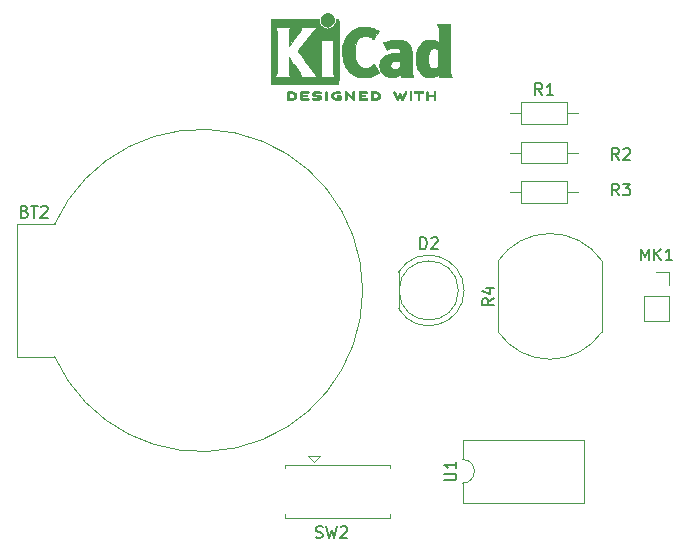
<source format=gbr>
%TF.GenerationSoftware,KiCad,Pcbnew,9.0.4*%
%TF.CreationDate,2025-08-28T14:42:39+05:30*%
%TF.ProjectId,new_1,6e65775f-312e-46b6-9963-61645f706362,rev?*%
%TF.SameCoordinates,Original*%
%TF.FileFunction,Legend,Top*%
%TF.FilePolarity,Positive*%
%FSLAX46Y46*%
G04 Gerber Fmt 4.6, Leading zero omitted, Abs format (unit mm)*
G04 Created by KiCad (PCBNEW 9.0.4) date 2025-08-28 14:42:39*
%MOMM*%
%LPD*%
G01*
G04 APERTURE LIST*
%ADD10C,0.150000*%
%ADD11C,0.010000*%
%ADD12C,0.120000*%
G04 APERTURE END LIST*
D10*
X176333333Y-70954819D02*
X176000000Y-70478628D01*
X175761905Y-70954819D02*
X175761905Y-69954819D01*
X175761905Y-69954819D02*
X176142857Y-69954819D01*
X176142857Y-69954819D02*
X176238095Y-70002438D01*
X176238095Y-70002438D02*
X176285714Y-70050057D01*
X176285714Y-70050057D02*
X176333333Y-70145295D01*
X176333333Y-70145295D02*
X176333333Y-70288152D01*
X176333333Y-70288152D02*
X176285714Y-70383390D01*
X176285714Y-70383390D02*
X176238095Y-70431009D01*
X176238095Y-70431009D02*
X176142857Y-70478628D01*
X176142857Y-70478628D02*
X175761905Y-70478628D01*
X177285714Y-70954819D02*
X176714286Y-70954819D01*
X177000000Y-70954819D02*
X177000000Y-69954819D01*
X177000000Y-69954819D02*
X176904762Y-70097676D01*
X176904762Y-70097676D02*
X176809524Y-70192914D01*
X176809524Y-70192914D02*
X176714286Y-70240533D01*
X157166667Y-108407200D02*
X157309524Y-108454819D01*
X157309524Y-108454819D02*
X157547619Y-108454819D01*
X157547619Y-108454819D02*
X157642857Y-108407200D01*
X157642857Y-108407200D02*
X157690476Y-108359580D01*
X157690476Y-108359580D02*
X157738095Y-108264342D01*
X157738095Y-108264342D02*
X157738095Y-108169104D01*
X157738095Y-108169104D02*
X157690476Y-108073866D01*
X157690476Y-108073866D02*
X157642857Y-108026247D01*
X157642857Y-108026247D02*
X157547619Y-107978628D01*
X157547619Y-107978628D02*
X157357143Y-107931009D01*
X157357143Y-107931009D02*
X157261905Y-107883390D01*
X157261905Y-107883390D02*
X157214286Y-107835771D01*
X157214286Y-107835771D02*
X157166667Y-107740533D01*
X157166667Y-107740533D02*
X157166667Y-107645295D01*
X157166667Y-107645295D02*
X157214286Y-107550057D01*
X157214286Y-107550057D02*
X157261905Y-107502438D01*
X157261905Y-107502438D02*
X157357143Y-107454819D01*
X157357143Y-107454819D02*
X157595238Y-107454819D01*
X157595238Y-107454819D02*
X157738095Y-107502438D01*
X158071429Y-107454819D02*
X158309524Y-108454819D01*
X158309524Y-108454819D02*
X158500000Y-107740533D01*
X158500000Y-107740533D02*
X158690476Y-108454819D01*
X158690476Y-108454819D02*
X158928572Y-107454819D01*
X159261905Y-107550057D02*
X159309524Y-107502438D01*
X159309524Y-107502438D02*
X159404762Y-107454819D01*
X159404762Y-107454819D02*
X159642857Y-107454819D01*
X159642857Y-107454819D02*
X159738095Y-107502438D01*
X159738095Y-107502438D02*
X159785714Y-107550057D01*
X159785714Y-107550057D02*
X159833333Y-107645295D01*
X159833333Y-107645295D02*
X159833333Y-107740533D01*
X159833333Y-107740533D02*
X159785714Y-107883390D01*
X159785714Y-107883390D02*
X159214286Y-108454819D01*
X159214286Y-108454819D02*
X159833333Y-108454819D01*
X172254819Y-88166666D02*
X171778628Y-88499999D01*
X172254819Y-88738094D02*
X171254819Y-88738094D01*
X171254819Y-88738094D02*
X171254819Y-88357142D01*
X171254819Y-88357142D02*
X171302438Y-88261904D01*
X171302438Y-88261904D02*
X171350057Y-88214285D01*
X171350057Y-88214285D02*
X171445295Y-88166666D01*
X171445295Y-88166666D02*
X171588152Y-88166666D01*
X171588152Y-88166666D02*
X171683390Y-88214285D01*
X171683390Y-88214285D02*
X171731009Y-88261904D01*
X171731009Y-88261904D02*
X171778628Y-88357142D01*
X171778628Y-88357142D02*
X171778628Y-88738094D01*
X171588152Y-87309523D02*
X172254819Y-87309523D01*
X171207200Y-87547618D02*
X171921485Y-87785713D01*
X171921485Y-87785713D02*
X171921485Y-87166666D01*
X132525199Y-80811009D02*
X132668056Y-80858628D01*
X132668056Y-80858628D02*
X132715675Y-80906247D01*
X132715675Y-80906247D02*
X132763294Y-81001485D01*
X132763294Y-81001485D02*
X132763294Y-81144342D01*
X132763294Y-81144342D02*
X132715675Y-81239580D01*
X132715675Y-81239580D02*
X132668056Y-81287200D01*
X132668056Y-81287200D02*
X132572818Y-81334819D01*
X132572818Y-81334819D02*
X132191866Y-81334819D01*
X132191866Y-81334819D02*
X132191866Y-80334819D01*
X132191866Y-80334819D02*
X132525199Y-80334819D01*
X132525199Y-80334819D02*
X132620437Y-80382438D01*
X132620437Y-80382438D02*
X132668056Y-80430057D01*
X132668056Y-80430057D02*
X132715675Y-80525295D01*
X132715675Y-80525295D02*
X132715675Y-80620533D01*
X132715675Y-80620533D02*
X132668056Y-80715771D01*
X132668056Y-80715771D02*
X132620437Y-80763390D01*
X132620437Y-80763390D02*
X132525199Y-80811009D01*
X132525199Y-80811009D02*
X132191866Y-80811009D01*
X133049009Y-80334819D02*
X133620437Y-80334819D01*
X133334723Y-81334819D02*
X133334723Y-80334819D01*
X133906152Y-80430057D02*
X133953771Y-80382438D01*
X133953771Y-80382438D02*
X134049009Y-80334819D01*
X134049009Y-80334819D02*
X134287104Y-80334819D01*
X134287104Y-80334819D02*
X134382342Y-80382438D01*
X134382342Y-80382438D02*
X134429961Y-80430057D01*
X134429961Y-80430057D02*
X134477580Y-80525295D01*
X134477580Y-80525295D02*
X134477580Y-80620533D01*
X134477580Y-80620533D02*
X134429961Y-80763390D01*
X134429961Y-80763390D02*
X133858533Y-81334819D01*
X133858533Y-81334819D02*
X134477580Y-81334819D01*
X182833333Y-79454819D02*
X182500000Y-78978628D01*
X182261905Y-79454819D02*
X182261905Y-78454819D01*
X182261905Y-78454819D02*
X182642857Y-78454819D01*
X182642857Y-78454819D02*
X182738095Y-78502438D01*
X182738095Y-78502438D02*
X182785714Y-78550057D01*
X182785714Y-78550057D02*
X182833333Y-78645295D01*
X182833333Y-78645295D02*
X182833333Y-78788152D01*
X182833333Y-78788152D02*
X182785714Y-78883390D01*
X182785714Y-78883390D02*
X182738095Y-78931009D01*
X182738095Y-78931009D02*
X182642857Y-78978628D01*
X182642857Y-78978628D02*
X182261905Y-78978628D01*
X183166667Y-78454819D02*
X183785714Y-78454819D01*
X183785714Y-78454819D02*
X183452381Y-78835771D01*
X183452381Y-78835771D02*
X183595238Y-78835771D01*
X183595238Y-78835771D02*
X183690476Y-78883390D01*
X183690476Y-78883390D02*
X183738095Y-78931009D01*
X183738095Y-78931009D02*
X183785714Y-79026247D01*
X183785714Y-79026247D02*
X183785714Y-79264342D01*
X183785714Y-79264342D02*
X183738095Y-79359580D01*
X183738095Y-79359580D02*
X183690476Y-79407200D01*
X183690476Y-79407200D02*
X183595238Y-79454819D01*
X183595238Y-79454819D02*
X183309524Y-79454819D01*
X183309524Y-79454819D02*
X183214286Y-79407200D01*
X183214286Y-79407200D02*
X183166667Y-79359580D01*
X168044819Y-103571904D02*
X168854342Y-103571904D01*
X168854342Y-103571904D02*
X168949580Y-103524285D01*
X168949580Y-103524285D02*
X168997200Y-103476666D01*
X168997200Y-103476666D02*
X169044819Y-103381428D01*
X169044819Y-103381428D02*
X169044819Y-103190952D01*
X169044819Y-103190952D02*
X168997200Y-103095714D01*
X168997200Y-103095714D02*
X168949580Y-103048095D01*
X168949580Y-103048095D02*
X168854342Y-103000476D01*
X168854342Y-103000476D02*
X168044819Y-103000476D01*
X169044819Y-102000476D02*
X169044819Y-102571904D01*
X169044819Y-102286190D02*
X168044819Y-102286190D01*
X168044819Y-102286190D02*
X168187676Y-102381428D01*
X168187676Y-102381428D02*
X168282914Y-102476666D01*
X168282914Y-102476666D02*
X168330533Y-102571904D01*
X182833333Y-76454819D02*
X182500000Y-75978628D01*
X182261905Y-76454819D02*
X182261905Y-75454819D01*
X182261905Y-75454819D02*
X182642857Y-75454819D01*
X182642857Y-75454819D02*
X182738095Y-75502438D01*
X182738095Y-75502438D02*
X182785714Y-75550057D01*
X182785714Y-75550057D02*
X182833333Y-75645295D01*
X182833333Y-75645295D02*
X182833333Y-75788152D01*
X182833333Y-75788152D02*
X182785714Y-75883390D01*
X182785714Y-75883390D02*
X182738095Y-75931009D01*
X182738095Y-75931009D02*
X182642857Y-75978628D01*
X182642857Y-75978628D02*
X182261905Y-75978628D01*
X183214286Y-75550057D02*
X183261905Y-75502438D01*
X183261905Y-75502438D02*
X183357143Y-75454819D01*
X183357143Y-75454819D02*
X183595238Y-75454819D01*
X183595238Y-75454819D02*
X183690476Y-75502438D01*
X183690476Y-75502438D02*
X183738095Y-75550057D01*
X183738095Y-75550057D02*
X183785714Y-75645295D01*
X183785714Y-75645295D02*
X183785714Y-75740533D01*
X183785714Y-75740533D02*
X183738095Y-75883390D01*
X183738095Y-75883390D02*
X183166667Y-76454819D01*
X183166667Y-76454819D02*
X183785714Y-76454819D01*
X165991905Y-83994819D02*
X165991905Y-82994819D01*
X165991905Y-82994819D02*
X166230000Y-82994819D01*
X166230000Y-82994819D02*
X166372857Y-83042438D01*
X166372857Y-83042438D02*
X166468095Y-83137676D01*
X166468095Y-83137676D02*
X166515714Y-83232914D01*
X166515714Y-83232914D02*
X166563333Y-83423390D01*
X166563333Y-83423390D02*
X166563333Y-83566247D01*
X166563333Y-83566247D02*
X166515714Y-83756723D01*
X166515714Y-83756723D02*
X166468095Y-83851961D01*
X166468095Y-83851961D02*
X166372857Y-83947200D01*
X166372857Y-83947200D02*
X166230000Y-83994819D01*
X166230000Y-83994819D02*
X165991905Y-83994819D01*
X166944286Y-83090057D02*
X166991905Y-83042438D01*
X166991905Y-83042438D02*
X167087143Y-82994819D01*
X167087143Y-82994819D02*
X167325238Y-82994819D01*
X167325238Y-82994819D02*
X167420476Y-83042438D01*
X167420476Y-83042438D02*
X167468095Y-83090057D01*
X167468095Y-83090057D02*
X167515714Y-83185295D01*
X167515714Y-83185295D02*
X167515714Y-83280533D01*
X167515714Y-83280533D02*
X167468095Y-83423390D01*
X167468095Y-83423390D02*
X166896667Y-83994819D01*
X166896667Y-83994819D02*
X167515714Y-83994819D01*
X184690476Y-84954819D02*
X184690476Y-83954819D01*
X184690476Y-83954819D02*
X185023809Y-84669104D01*
X185023809Y-84669104D02*
X185357142Y-83954819D01*
X185357142Y-83954819D02*
X185357142Y-84954819D01*
X185833333Y-84954819D02*
X185833333Y-83954819D01*
X186404761Y-84954819D02*
X185976190Y-84383390D01*
X186404761Y-83954819D02*
X185833333Y-84526247D01*
X187357142Y-84954819D02*
X186785714Y-84954819D01*
X187071428Y-84954819D02*
X187071428Y-83954819D01*
X187071428Y-83954819D02*
X186976190Y-84097676D01*
X186976190Y-84097676D02*
X186880952Y-84192914D01*
X186880952Y-84192914D02*
X186785714Y-84240533D01*
D11*
%TO.C,REF\u002A\u002A*%
X165200322Y-70642069D02*
X165224035Y-70656839D01*
X165250686Y-70678419D01*
X165250686Y-70999965D01*
X165250601Y-71094022D01*
X165250237Y-71168124D01*
X165249432Y-71224896D01*
X165248021Y-71266960D01*
X165245841Y-71296940D01*
X165242729Y-71317459D01*
X165238522Y-71331141D01*
X165233056Y-71340608D01*
X165229180Y-71345274D01*
X165197742Y-71365767D01*
X165161941Y-71364931D01*
X165130581Y-71347456D01*
X165103930Y-71325876D01*
X165103930Y-70678419D01*
X165130581Y-70656839D01*
X165156302Y-70641141D01*
X165177308Y-70635259D01*
X165200322Y-70642069D01*
G36*
X165200322Y-70642069D02*
G01*
X165224035Y-70656839D01*
X165250686Y-70678419D01*
X165250686Y-70999965D01*
X165250601Y-71094022D01*
X165250237Y-71168124D01*
X165249432Y-71224896D01*
X165248021Y-71266960D01*
X165245841Y-71296940D01*
X165242729Y-71317459D01*
X165238522Y-71331141D01*
X165233056Y-71340608D01*
X165229180Y-71345274D01*
X165197742Y-71365767D01*
X165161941Y-71364931D01*
X165130581Y-71347456D01*
X165103930Y-71325876D01*
X165103930Y-70678419D01*
X165130581Y-70656839D01*
X165156302Y-70641141D01*
X165177308Y-70635259D01*
X165200322Y-70642069D01*
G37*
X158087886Y-70657837D02*
X158094466Y-70665410D01*
X158099629Y-70675179D01*
X158103544Y-70689763D01*
X158106384Y-70711777D01*
X158108321Y-70743840D01*
X158109525Y-70788567D01*
X158110169Y-70848577D01*
X158110424Y-70926486D01*
X158110463Y-71002148D01*
X158110394Y-71095994D01*
X158110070Y-71169881D01*
X158109322Y-71226424D01*
X158107976Y-71268241D01*
X158105862Y-71297949D01*
X158102808Y-71318165D01*
X158098642Y-71331506D01*
X158093192Y-71340590D01*
X158087886Y-71346459D01*
X158054882Y-71366139D01*
X158019717Y-71364373D01*
X157988253Y-71342909D01*
X157981024Y-71334529D01*
X157975374Y-71324806D01*
X157971109Y-71311053D01*
X157968035Y-71290581D01*
X157965956Y-71260704D01*
X157964678Y-71218733D01*
X157964007Y-71161981D01*
X157963749Y-71087759D01*
X157963708Y-71003729D01*
X157963708Y-70690677D01*
X157991417Y-70662968D01*
X158025571Y-70639655D01*
X158058702Y-70638815D01*
X158087886Y-70657837D01*
G36*
X158087886Y-70657837D02*
G01*
X158094466Y-70665410D01*
X158099629Y-70675179D01*
X158103544Y-70689763D01*
X158106384Y-70711777D01*
X158108321Y-70743840D01*
X158109525Y-70788567D01*
X158110169Y-70848577D01*
X158110424Y-70926486D01*
X158110463Y-71002148D01*
X158110394Y-71095994D01*
X158110070Y-71169881D01*
X158109322Y-71226424D01*
X158107976Y-71268241D01*
X158105862Y-71297949D01*
X158102808Y-71318165D01*
X158098642Y-71331506D01*
X158093192Y-71340590D01*
X158087886Y-71346459D01*
X158054882Y-71366139D01*
X158019717Y-71364373D01*
X157988253Y-71342909D01*
X157981024Y-71334529D01*
X157975374Y-71324806D01*
X157971109Y-71311053D01*
X157968035Y-71290581D01*
X157965956Y-71260704D01*
X157964678Y-71218733D01*
X157964007Y-71161981D01*
X157963749Y-71087759D01*
X157963708Y-71003729D01*
X157963708Y-70690677D01*
X157991417Y-70662968D01*
X158025571Y-70639655D01*
X158058702Y-70638815D01*
X158087886Y-70657837D01*
G37*
X158273921Y-64036490D02*
X158377027Y-64072238D01*
X158473022Y-64128507D01*
X158558753Y-64205288D01*
X158631070Y-64302573D01*
X158663555Y-64363892D01*
X158691668Y-64449660D01*
X158705295Y-64548677D01*
X158703786Y-64650471D01*
X158687031Y-64742714D01*
X158641237Y-64855432D01*
X158574832Y-64953207D01*
X158491191Y-65034115D01*
X158393688Y-65096232D01*
X158285700Y-65137634D01*
X158170601Y-65156397D01*
X158051766Y-65150598D01*
X157993189Y-65138206D01*
X157879028Y-65093797D01*
X157777635Y-65026033D01*
X157691455Y-64937001D01*
X157622934Y-64828791D01*
X157617136Y-64816973D01*
X157597096Y-64772628D01*
X157584513Y-64735280D01*
X157577681Y-64695880D01*
X157574895Y-64645381D01*
X157574432Y-64590433D01*
X157575197Y-64524415D01*
X157578648Y-64476689D01*
X157586523Y-64438103D01*
X157600557Y-64399506D01*
X157617880Y-64361426D01*
X157682495Y-64253328D01*
X157762066Y-64165803D01*
X157853440Y-64098841D01*
X157953464Y-64052436D01*
X158058988Y-64026581D01*
X158166858Y-64021268D01*
X158273921Y-64036490D01*
G36*
X158273921Y-64036490D02*
G01*
X158377027Y-64072238D01*
X158473022Y-64128507D01*
X158558753Y-64205288D01*
X158631070Y-64302573D01*
X158663555Y-64363892D01*
X158691668Y-64449660D01*
X158705295Y-64548677D01*
X158703786Y-64650471D01*
X158687031Y-64742714D01*
X158641237Y-64855432D01*
X158574832Y-64953207D01*
X158491191Y-65034115D01*
X158393688Y-65096232D01*
X158285700Y-65137634D01*
X158170601Y-65156397D01*
X158051766Y-65150598D01*
X157993189Y-65138206D01*
X157879028Y-65093797D01*
X157777635Y-65026033D01*
X157691455Y-64937001D01*
X157622934Y-64828791D01*
X157617136Y-64816973D01*
X157597096Y-64772628D01*
X157584513Y-64735280D01*
X157577681Y-64695880D01*
X157574895Y-64645381D01*
X157574432Y-64590433D01*
X157575197Y-64524415D01*
X157578648Y-64476689D01*
X157586523Y-64438103D01*
X157600557Y-64399506D01*
X157617880Y-64361426D01*
X157682495Y-64253328D01*
X157762066Y-64165803D01*
X157853440Y-64098841D01*
X157953464Y-64052436D01*
X158058988Y-64026581D01*
X158166858Y-64021268D01*
X158273921Y-64036490D01*
G37*
X165974773Y-70635355D02*
X166053480Y-70635734D01*
X166114571Y-70636525D01*
X166160525Y-70637862D01*
X166193822Y-70639875D01*
X166216944Y-70642698D01*
X166232370Y-70646461D01*
X166242579Y-70651297D01*
X166247521Y-70655014D01*
X166273165Y-70687550D01*
X166276267Y-70721330D01*
X166260419Y-70752018D01*
X166250056Y-70764281D01*
X166238904Y-70772642D01*
X166222743Y-70777849D01*
X166197350Y-70780649D01*
X166158506Y-70781788D01*
X166101988Y-70782013D01*
X166090888Y-70782014D01*
X165944952Y-70782014D01*
X165944952Y-71052948D01*
X165944856Y-71138346D01*
X165944419Y-71204056D01*
X165943420Y-71252966D01*
X165941636Y-71287965D01*
X165938845Y-71311941D01*
X165934825Y-71327785D01*
X165929353Y-71338383D01*
X165922374Y-71346459D01*
X165889442Y-71366304D01*
X165855062Y-71364740D01*
X165823884Y-71342098D01*
X165821594Y-71339292D01*
X165814137Y-71328684D01*
X165808455Y-71316273D01*
X165804309Y-71299042D01*
X165801458Y-71273976D01*
X165799662Y-71238059D01*
X165798680Y-71188275D01*
X165798272Y-71121609D01*
X165798197Y-71045781D01*
X165798197Y-70782014D01*
X165658835Y-70782014D01*
X165599030Y-70781610D01*
X165557626Y-70780032D01*
X165530456Y-70776739D01*
X165513354Y-70771184D01*
X165502151Y-70762823D01*
X165500791Y-70761370D01*
X165484433Y-70728131D01*
X165485880Y-70690554D01*
X165504686Y-70657837D01*
X165511958Y-70651490D01*
X165521335Y-70646458D01*
X165535317Y-70642588D01*
X165556404Y-70639729D01*
X165587097Y-70637727D01*
X165629897Y-70636431D01*
X165687303Y-70635690D01*
X165761818Y-70635350D01*
X165855941Y-70635260D01*
X165875968Y-70635259D01*
X165974773Y-70635355D01*
G36*
X165974773Y-70635355D02*
G01*
X166053480Y-70635734D01*
X166114571Y-70636525D01*
X166160525Y-70637862D01*
X166193822Y-70639875D01*
X166216944Y-70642698D01*
X166232370Y-70646461D01*
X166242579Y-70651297D01*
X166247521Y-70655014D01*
X166273165Y-70687550D01*
X166276267Y-70721330D01*
X166260419Y-70752018D01*
X166250056Y-70764281D01*
X166238904Y-70772642D01*
X166222743Y-70777849D01*
X166197350Y-70780649D01*
X166158506Y-70781788D01*
X166101988Y-70782013D01*
X166090888Y-70782014D01*
X165944952Y-70782014D01*
X165944952Y-71052948D01*
X165944856Y-71138346D01*
X165944419Y-71204056D01*
X165943420Y-71252966D01*
X165941636Y-71287965D01*
X165938845Y-71311941D01*
X165934825Y-71327785D01*
X165929353Y-71338383D01*
X165922374Y-71346459D01*
X165889442Y-71366304D01*
X165855062Y-71364740D01*
X165823884Y-71342098D01*
X165821594Y-71339292D01*
X165814137Y-71328684D01*
X165808455Y-71316273D01*
X165804309Y-71299042D01*
X165801458Y-71273976D01*
X165799662Y-71238059D01*
X165798680Y-71188275D01*
X165798272Y-71121609D01*
X165798197Y-71045781D01*
X165798197Y-70782014D01*
X165658835Y-70782014D01*
X165599030Y-70781610D01*
X165557626Y-70780032D01*
X165530456Y-70776739D01*
X165513354Y-70771184D01*
X165502151Y-70762823D01*
X165500791Y-70761370D01*
X165484433Y-70728131D01*
X165485880Y-70690554D01*
X165504686Y-70657837D01*
X165511958Y-70651490D01*
X165521335Y-70646458D01*
X165535317Y-70642588D01*
X165556404Y-70639729D01*
X165587097Y-70637727D01*
X165629897Y-70636431D01*
X165687303Y-70635690D01*
X165761818Y-70635350D01*
X165855941Y-70635260D01*
X165875968Y-70635259D01*
X165974773Y-70635355D01*
G37*
X167240531Y-70640725D02*
X167271910Y-70662968D01*
X167299619Y-70690677D01*
X167299619Y-71000112D01*
X167299546Y-71091991D01*
X167299203Y-71164032D01*
X167298400Y-71218972D01*
X167296949Y-71259552D01*
X167294660Y-71288509D01*
X167291344Y-71308583D01*
X167286813Y-71322513D01*
X167280877Y-71333037D01*
X167276222Y-71339292D01*
X167245491Y-71363865D01*
X167210204Y-71366533D01*
X167177953Y-71351463D01*
X167167296Y-71342566D01*
X167160172Y-71330749D01*
X167155875Y-71311718D01*
X167153699Y-71281184D01*
X167152936Y-71234854D01*
X167152863Y-71199063D01*
X167152863Y-71064237D01*
X166656152Y-71064237D01*
X166656152Y-71186892D01*
X166655639Y-71242979D01*
X166653584Y-71281525D01*
X166649216Y-71307553D01*
X166641764Y-71326089D01*
X166632755Y-71339292D01*
X166601852Y-71363796D01*
X166566904Y-71366698D01*
X166533446Y-71349281D01*
X166524312Y-71340151D01*
X166517860Y-71328047D01*
X166513605Y-71309193D01*
X166511060Y-71279812D01*
X166509737Y-71236129D01*
X166509151Y-71174367D01*
X166509083Y-71160192D01*
X166508599Y-71043823D01*
X166508349Y-70947919D01*
X166508431Y-70870369D01*
X166508939Y-70809061D01*
X166509970Y-70761882D01*
X166511621Y-70726722D01*
X166513987Y-70701468D01*
X166517165Y-70684009D01*
X166521252Y-70672233D01*
X166526342Y-70664027D01*
X166531974Y-70657837D01*
X166563836Y-70638036D01*
X166597065Y-70640725D01*
X166628443Y-70662968D01*
X166641141Y-70677318D01*
X166649234Y-70693170D01*
X166653750Y-70715746D01*
X166655714Y-70750270D01*
X166656152Y-70801968D01*
X166656152Y-70917481D01*
X167152863Y-70917481D01*
X167152863Y-70798948D01*
X167153370Y-70744340D01*
X167155406Y-70707467D01*
X167159743Y-70683499D01*
X167167155Y-70667607D01*
X167175441Y-70657837D01*
X167207302Y-70638036D01*
X167240531Y-70640725D01*
G36*
X167240531Y-70640725D02*
G01*
X167271910Y-70662968D01*
X167299619Y-70690677D01*
X167299619Y-71000112D01*
X167299546Y-71091991D01*
X167299203Y-71164032D01*
X167298400Y-71218972D01*
X167296949Y-71259552D01*
X167294660Y-71288509D01*
X167291344Y-71308583D01*
X167286813Y-71322513D01*
X167280877Y-71333037D01*
X167276222Y-71339292D01*
X167245491Y-71363865D01*
X167210204Y-71366533D01*
X167177953Y-71351463D01*
X167167296Y-71342566D01*
X167160172Y-71330749D01*
X167155875Y-71311718D01*
X167153699Y-71281184D01*
X167152936Y-71234854D01*
X167152863Y-71199063D01*
X167152863Y-71064237D01*
X166656152Y-71064237D01*
X166656152Y-71186892D01*
X166655639Y-71242979D01*
X166653584Y-71281525D01*
X166649216Y-71307553D01*
X166641764Y-71326089D01*
X166632755Y-71339292D01*
X166601852Y-71363796D01*
X166566904Y-71366698D01*
X166533446Y-71349281D01*
X166524312Y-71340151D01*
X166517860Y-71328047D01*
X166513605Y-71309193D01*
X166511060Y-71279812D01*
X166509737Y-71236129D01*
X166509151Y-71174367D01*
X166509083Y-71160192D01*
X166508599Y-71043823D01*
X166508349Y-70947919D01*
X166508431Y-70870369D01*
X166508939Y-70809061D01*
X166509970Y-70761882D01*
X166511621Y-70726722D01*
X166513987Y-70701468D01*
X166517165Y-70684009D01*
X166521252Y-70672233D01*
X166526342Y-70664027D01*
X166531974Y-70657837D01*
X166563836Y-70638036D01*
X166597065Y-70640725D01*
X166628443Y-70662968D01*
X166641141Y-70677318D01*
X166649234Y-70693170D01*
X166653750Y-70715746D01*
X166655714Y-70750270D01*
X166656152Y-70801968D01*
X166656152Y-70917481D01*
X167152863Y-70917481D01*
X167152863Y-70798948D01*
X167153370Y-70744340D01*
X167155406Y-70707467D01*
X167159743Y-70683499D01*
X167167155Y-70667607D01*
X167175441Y-70657837D01*
X167207302Y-70638036D01*
X167240531Y-70640725D01*
G37*
X162030017Y-70635467D02*
X162158996Y-70639828D01*
X162268699Y-70653053D01*
X162360934Y-70675933D01*
X162437510Y-70709262D01*
X162500235Y-70753830D01*
X162550920Y-70810428D01*
X162591371Y-70879850D01*
X162592167Y-70881543D01*
X162616309Y-70943675D01*
X162624911Y-70998701D01*
X162617939Y-71054079D01*
X162595362Y-71117265D01*
X162591080Y-71126881D01*
X162561880Y-71183158D01*
X162529064Y-71226643D01*
X162486710Y-71263609D01*
X162428898Y-71300327D01*
X162425539Y-71302244D01*
X162375212Y-71326419D01*
X162318329Y-71344474D01*
X162251235Y-71357031D01*
X162170273Y-71364714D01*
X162071790Y-71368145D01*
X162036994Y-71368443D01*
X161871302Y-71369037D01*
X161847905Y-71339292D01*
X161840965Y-71329511D01*
X161835550Y-71318089D01*
X161831473Y-71302287D01*
X161828545Y-71279367D01*
X161826575Y-71246588D01*
X161825933Y-71222281D01*
X161825376Y-71201213D01*
X161824758Y-71140503D01*
X161824533Y-71061718D01*
X161824508Y-71000112D01*
X161824508Y-70782014D01*
X161982552Y-70782014D01*
X161982552Y-71222281D01*
X162076434Y-71222281D01*
X162131372Y-71220675D01*
X162187768Y-71216447D01*
X162234053Y-71210484D01*
X162236847Y-71209982D01*
X162319056Y-71187928D01*
X162382822Y-71154792D01*
X162430160Y-71109039D01*
X162463090Y-71049131D01*
X162468816Y-71033253D01*
X162474429Y-71008525D01*
X162471999Y-70984094D01*
X162460175Y-70951592D01*
X162453048Y-70935626D01*
X162429708Y-70893198D01*
X162401588Y-70863432D01*
X162370648Y-70842703D01*
X162308674Y-70815729D01*
X162229359Y-70796190D01*
X162136961Y-70784938D01*
X162070041Y-70782462D01*
X161982552Y-70782014D01*
X161824508Y-70782014D01*
X161824508Y-70690677D01*
X161852217Y-70662968D01*
X161864514Y-70651736D01*
X161877811Y-70644045D01*
X161896380Y-70639232D01*
X161924494Y-70636638D01*
X161966425Y-70635602D01*
X162026445Y-70635462D01*
X162030017Y-70635467D01*
G36*
X162030017Y-70635467D02*
G01*
X162158996Y-70639828D01*
X162268699Y-70653053D01*
X162360934Y-70675933D01*
X162437510Y-70709262D01*
X162500235Y-70753830D01*
X162550920Y-70810428D01*
X162591371Y-70879850D01*
X162592167Y-70881543D01*
X162616309Y-70943675D01*
X162624911Y-70998701D01*
X162617939Y-71054079D01*
X162595362Y-71117265D01*
X162591080Y-71126881D01*
X162561880Y-71183158D01*
X162529064Y-71226643D01*
X162486710Y-71263609D01*
X162428898Y-71300327D01*
X162425539Y-71302244D01*
X162375212Y-71326419D01*
X162318329Y-71344474D01*
X162251235Y-71357031D01*
X162170273Y-71364714D01*
X162071790Y-71368145D01*
X162036994Y-71368443D01*
X161871302Y-71369037D01*
X161847905Y-71339292D01*
X161840965Y-71329511D01*
X161835550Y-71318089D01*
X161831473Y-71302287D01*
X161828545Y-71279367D01*
X161826575Y-71246588D01*
X161825933Y-71222281D01*
X161825376Y-71201213D01*
X161824758Y-71140503D01*
X161824533Y-71061718D01*
X161824508Y-71000112D01*
X161824508Y-70782014D01*
X161982552Y-70782014D01*
X161982552Y-71222281D01*
X162076434Y-71222281D01*
X162131372Y-71220675D01*
X162187768Y-71216447D01*
X162234053Y-71210484D01*
X162236847Y-71209982D01*
X162319056Y-71187928D01*
X162382822Y-71154792D01*
X162430160Y-71109039D01*
X162463090Y-71049131D01*
X162468816Y-71033253D01*
X162474429Y-71008525D01*
X162471999Y-70984094D01*
X162460175Y-70951592D01*
X162453048Y-70935626D01*
X162429708Y-70893198D01*
X162401588Y-70863432D01*
X162370648Y-70842703D01*
X162308674Y-70815729D01*
X162229359Y-70796190D01*
X162136961Y-70784938D01*
X162070041Y-70782462D01*
X161982552Y-70782014D01*
X161824508Y-70782014D01*
X161824508Y-70690677D01*
X161852217Y-70662968D01*
X161864514Y-70651736D01*
X161877811Y-70644045D01*
X161896380Y-70639232D01*
X161924494Y-70636638D01*
X161966425Y-70635602D01*
X162026445Y-70635462D01*
X162030017Y-70635467D01*
G37*
X154890337Y-70635258D02*
X154929819Y-70635659D01*
X155045508Y-70638451D01*
X155142397Y-70646742D01*
X155223789Y-70661424D01*
X155292985Y-70683385D01*
X155353288Y-70713514D01*
X155408000Y-70752702D01*
X155427541Y-70769724D01*
X155459958Y-70809555D01*
X155489188Y-70863605D01*
X155511717Y-70923515D01*
X155524029Y-70980931D01*
X155525308Y-71002148D01*
X155517291Y-71060961D01*
X155495809Y-71125205D01*
X155464709Y-71186013D01*
X155427842Y-71234522D01*
X155421854Y-71240374D01*
X155371129Y-71281513D01*
X155315583Y-71313627D01*
X155252012Y-71337557D01*
X155177214Y-71354145D01*
X155087986Y-71364233D01*
X154981126Y-71368661D01*
X154932180Y-71369037D01*
X154869946Y-71368737D01*
X154826180Y-71367484D01*
X154796777Y-71364746D01*
X154777629Y-71359993D01*
X154764631Y-71352693D01*
X154757663Y-71346459D01*
X154751082Y-71338886D01*
X154745920Y-71329116D01*
X154742005Y-71314532D01*
X154739165Y-71292518D01*
X154737228Y-71260456D01*
X154736200Y-71222281D01*
X154881841Y-71222281D01*
X154974974Y-71222196D01*
X155031015Y-71220588D01*
X155089709Y-71216448D01*
X155138680Y-71210656D01*
X155140170Y-71210418D01*
X155219316Y-71191282D01*
X155280706Y-71161479D01*
X155327403Y-71119070D01*
X155357073Y-71073153D01*
X155375355Y-71022218D01*
X155373937Y-70974392D01*
X155352720Y-70923125D01*
X155311219Y-70870091D01*
X155253710Y-70830792D01*
X155178958Y-70804523D01*
X155129000Y-70795227D01*
X155072292Y-70788699D01*
X155012189Y-70783974D01*
X154961069Y-70782009D01*
X154958041Y-70782000D01*
X154881841Y-70782014D01*
X154881841Y-71222281D01*
X154736200Y-71222281D01*
X154736024Y-71215728D01*
X154735380Y-71155718D01*
X154735125Y-71077809D01*
X154735086Y-71002148D01*
X154734838Y-70901233D01*
X154734891Y-70820619D01*
X154735851Y-70782014D01*
X154736448Y-70758043D01*
X154740710Y-70711247D01*
X154748878Y-70677970D01*
X154762152Y-70655951D01*
X154781734Y-70642931D01*
X154808825Y-70636649D01*
X154844626Y-70634845D01*
X154890337Y-70635258D01*
G36*
X154890337Y-70635258D02*
G01*
X154929819Y-70635659D01*
X155045508Y-70638451D01*
X155142397Y-70646742D01*
X155223789Y-70661424D01*
X155292985Y-70683385D01*
X155353288Y-70713514D01*
X155408000Y-70752702D01*
X155427541Y-70769724D01*
X155459958Y-70809555D01*
X155489188Y-70863605D01*
X155511717Y-70923515D01*
X155524029Y-70980931D01*
X155525308Y-71002148D01*
X155517291Y-71060961D01*
X155495809Y-71125205D01*
X155464709Y-71186013D01*
X155427842Y-71234522D01*
X155421854Y-71240374D01*
X155371129Y-71281513D01*
X155315583Y-71313627D01*
X155252012Y-71337557D01*
X155177214Y-71354145D01*
X155087986Y-71364233D01*
X154981126Y-71368661D01*
X154932180Y-71369037D01*
X154869946Y-71368737D01*
X154826180Y-71367484D01*
X154796777Y-71364746D01*
X154777629Y-71359993D01*
X154764631Y-71352693D01*
X154757663Y-71346459D01*
X154751082Y-71338886D01*
X154745920Y-71329116D01*
X154742005Y-71314532D01*
X154739165Y-71292518D01*
X154737228Y-71260456D01*
X154736200Y-71222281D01*
X154881841Y-71222281D01*
X154974974Y-71222196D01*
X155031015Y-71220588D01*
X155089709Y-71216448D01*
X155138680Y-71210656D01*
X155140170Y-71210418D01*
X155219316Y-71191282D01*
X155280706Y-71161479D01*
X155327403Y-71119070D01*
X155357073Y-71073153D01*
X155375355Y-71022218D01*
X155373937Y-70974392D01*
X155352720Y-70923125D01*
X155311219Y-70870091D01*
X155253710Y-70830792D01*
X155178958Y-70804523D01*
X155129000Y-70795227D01*
X155072292Y-70788699D01*
X155012189Y-70783974D01*
X154961069Y-70782009D01*
X154958041Y-70782000D01*
X154881841Y-70782014D01*
X154881841Y-71222281D01*
X154736200Y-71222281D01*
X154736024Y-71215728D01*
X154735380Y-71155718D01*
X154735125Y-71077809D01*
X154735086Y-71002148D01*
X154734838Y-70901233D01*
X154734891Y-70820619D01*
X154735851Y-70782014D01*
X154736448Y-70758043D01*
X154740710Y-70711247D01*
X154748878Y-70677970D01*
X154762152Y-70655951D01*
X154781734Y-70642931D01*
X154808825Y-70636649D01*
X154844626Y-70634845D01*
X154890337Y-70635258D01*
G37*
X159711594Y-70639640D02*
X159735160Y-70653465D01*
X159765973Y-70676073D01*
X159805630Y-70708530D01*
X159855728Y-70751900D01*
X159917865Y-70807250D01*
X159993636Y-70875643D01*
X160080374Y-70954276D01*
X160260997Y-71118070D01*
X160266641Y-70898221D01*
X160268679Y-70822543D01*
X160270645Y-70766186D01*
X160272974Y-70725898D01*
X160276102Y-70698427D01*
X160280463Y-70680521D01*
X160286492Y-70668929D01*
X160294624Y-70660400D01*
X160298936Y-70656815D01*
X160333467Y-70637862D01*
X160366325Y-70640633D01*
X160392390Y-70656825D01*
X160419041Y-70678391D01*
X160422356Y-70993343D01*
X160423273Y-71085971D01*
X160423740Y-71158736D01*
X160423595Y-71214353D01*
X160422676Y-71255534D01*
X160420821Y-71284995D01*
X160417869Y-71305447D01*
X160413658Y-71319605D01*
X160408026Y-71330183D01*
X160401781Y-71338666D01*
X160388269Y-71354399D01*
X160374825Y-71364828D01*
X160359584Y-71368831D01*
X160340682Y-71365286D01*
X160316253Y-71353071D01*
X160284435Y-71331063D01*
X160243360Y-71298141D01*
X160191166Y-71253183D01*
X160125986Y-71195067D01*
X160052152Y-71128291D01*
X159786863Y-70887650D01*
X159781219Y-71106781D01*
X159779177Y-71182320D01*
X159777206Y-71238546D01*
X159774869Y-71278716D01*
X159771727Y-71306088D01*
X159767344Y-71323920D01*
X159761284Y-71335471D01*
X159753108Y-71343999D01*
X159748924Y-71347474D01*
X159711943Y-71366564D01*
X159677000Y-71363685D01*
X159646572Y-71339292D01*
X159639611Y-71329478D01*
X159634185Y-71318018D01*
X159630105Y-71302160D01*
X159627179Y-71279155D01*
X159625216Y-71246254D01*
X159624025Y-71200708D01*
X159623416Y-71139765D01*
X159623197Y-71060678D01*
X159623174Y-71002148D01*
X159623248Y-70910599D01*
X159623595Y-70838879D01*
X159624407Y-70784237D01*
X159625875Y-70743924D01*
X159628189Y-70715190D01*
X159631541Y-70695285D01*
X159636120Y-70681460D01*
X159642119Y-70670964D01*
X159646572Y-70665003D01*
X159657858Y-70650883D01*
X159668407Y-70640221D01*
X159679815Y-70634084D01*
X159693678Y-70633535D01*
X159711594Y-70639640D01*
G36*
X159711594Y-70639640D02*
G01*
X159735160Y-70653465D01*
X159765973Y-70676073D01*
X159805630Y-70708530D01*
X159855728Y-70751900D01*
X159917865Y-70807250D01*
X159993636Y-70875643D01*
X160080374Y-70954276D01*
X160260997Y-71118070D01*
X160266641Y-70898221D01*
X160268679Y-70822543D01*
X160270645Y-70766186D01*
X160272974Y-70725898D01*
X160276102Y-70698427D01*
X160280463Y-70680521D01*
X160286492Y-70668929D01*
X160294624Y-70660400D01*
X160298936Y-70656815D01*
X160333467Y-70637862D01*
X160366325Y-70640633D01*
X160392390Y-70656825D01*
X160419041Y-70678391D01*
X160422356Y-70993343D01*
X160423273Y-71085971D01*
X160423740Y-71158736D01*
X160423595Y-71214353D01*
X160422676Y-71255534D01*
X160420821Y-71284995D01*
X160417869Y-71305447D01*
X160413658Y-71319605D01*
X160408026Y-71330183D01*
X160401781Y-71338666D01*
X160388269Y-71354399D01*
X160374825Y-71364828D01*
X160359584Y-71368831D01*
X160340682Y-71365286D01*
X160316253Y-71353071D01*
X160284435Y-71331063D01*
X160243360Y-71298141D01*
X160191166Y-71253183D01*
X160125986Y-71195067D01*
X160052152Y-71128291D01*
X159786863Y-70887650D01*
X159781219Y-71106781D01*
X159779177Y-71182320D01*
X159777206Y-71238546D01*
X159774869Y-71278716D01*
X159771727Y-71306088D01*
X159767344Y-71323920D01*
X159761284Y-71335471D01*
X159753108Y-71343999D01*
X159748924Y-71347474D01*
X159711943Y-71366564D01*
X159677000Y-71363685D01*
X159646572Y-71339292D01*
X159639611Y-71329478D01*
X159634185Y-71318018D01*
X159630105Y-71302160D01*
X159627179Y-71279155D01*
X159625216Y-71246254D01*
X159624025Y-71200708D01*
X159623416Y-71139765D01*
X159623197Y-71060678D01*
X159623174Y-71002148D01*
X159623248Y-70910599D01*
X159623595Y-70838879D01*
X159624407Y-70784237D01*
X159625875Y-70743924D01*
X159628189Y-70715190D01*
X159631541Y-70695285D01*
X159636120Y-70681460D01*
X159642119Y-70670964D01*
X159646572Y-70665003D01*
X159657858Y-70650883D01*
X159668407Y-70640221D01*
X159679815Y-70634084D01*
X159693678Y-70633535D01*
X159711594Y-70639640D01*
G37*
X159061627Y-70640791D02*
X159130143Y-70652287D01*
X159182765Y-70670159D01*
X159217000Y-70693691D01*
X159226329Y-70707116D01*
X159235815Y-70738340D01*
X159229431Y-70766587D01*
X159209278Y-70793374D01*
X159177963Y-70805905D01*
X159132525Y-70804888D01*
X159097382Y-70798098D01*
X159019289Y-70785163D01*
X158939482Y-70783934D01*
X158850153Y-70794433D01*
X158825479Y-70798882D01*
X158742417Y-70822300D01*
X158677435Y-70857137D01*
X158631247Y-70902796D01*
X158604563Y-70958686D01*
X158599045Y-70987580D01*
X158602657Y-71046204D01*
X158625979Y-71098071D01*
X158666884Y-71142170D01*
X158723249Y-71177491D01*
X158792948Y-71203021D01*
X158873856Y-71217751D01*
X158963848Y-71220670D01*
X159060798Y-71210767D01*
X159066272Y-71209833D01*
X159104833Y-71202651D01*
X159126214Y-71195713D01*
X159135481Y-71185419D01*
X159137702Y-71168168D01*
X159137752Y-71159033D01*
X159137752Y-71120681D01*
X159069277Y-71120681D01*
X159008808Y-71116539D01*
X158967543Y-71103339D01*
X158943533Y-71079922D01*
X158934831Y-71045128D01*
X158934725Y-71040586D01*
X158939816Y-71010846D01*
X158957275Y-70989611D01*
X158989769Y-70975558D01*
X159039965Y-70967365D01*
X159088585Y-70964353D01*
X159159252Y-70962625D01*
X159210510Y-70965262D01*
X159245469Y-70974992D01*
X159267238Y-70994545D01*
X159278928Y-71026648D01*
X159283648Y-71074030D01*
X159284508Y-71136263D01*
X159283099Y-71205727D01*
X159278860Y-71252978D01*
X159271772Y-71278204D01*
X159270397Y-71280180D01*
X159231480Y-71311700D01*
X159174422Y-71336662D01*
X159102839Y-71354532D01*
X159020350Y-71364778D01*
X158930569Y-71366865D01*
X158837116Y-71360260D01*
X158782152Y-71352148D01*
X158695942Y-71327746D01*
X158615816Y-71287854D01*
X158548731Y-71236079D01*
X158538535Y-71225731D01*
X158505406Y-71182227D01*
X158475514Y-71128310D01*
X158452351Y-71071784D01*
X158439410Y-71020451D01*
X158437850Y-71000736D01*
X158444490Y-70959611D01*
X158462140Y-70908444D01*
X158487411Y-70854586D01*
X158516919Y-70805387D01*
X158542989Y-70772526D01*
X158603943Y-70723644D01*
X158682739Y-70684737D01*
X158776551Y-70656686D01*
X158882558Y-70640371D01*
X158979708Y-70636384D01*
X159061627Y-70640791D01*
G36*
X159061627Y-70640791D02*
G01*
X159130143Y-70652287D01*
X159182765Y-70670159D01*
X159217000Y-70693691D01*
X159226329Y-70707116D01*
X159235815Y-70738340D01*
X159229431Y-70766587D01*
X159209278Y-70793374D01*
X159177963Y-70805905D01*
X159132525Y-70804888D01*
X159097382Y-70798098D01*
X159019289Y-70785163D01*
X158939482Y-70783934D01*
X158850153Y-70794433D01*
X158825479Y-70798882D01*
X158742417Y-70822300D01*
X158677435Y-70857137D01*
X158631247Y-70902796D01*
X158604563Y-70958686D01*
X158599045Y-70987580D01*
X158602657Y-71046204D01*
X158625979Y-71098071D01*
X158666884Y-71142170D01*
X158723249Y-71177491D01*
X158792948Y-71203021D01*
X158873856Y-71217751D01*
X158963848Y-71220670D01*
X159060798Y-71210767D01*
X159066272Y-71209833D01*
X159104833Y-71202651D01*
X159126214Y-71195713D01*
X159135481Y-71185419D01*
X159137702Y-71168168D01*
X159137752Y-71159033D01*
X159137752Y-71120681D01*
X159069277Y-71120681D01*
X159008808Y-71116539D01*
X158967543Y-71103339D01*
X158943533Y-71079922D01*
X158934831Y-71045128D01*
X158934725Y-71040586D01*
X158939816Y-71010846D01*
X158957275Y-70989611D01*
X158989769Y-70975558D01*
X159039965Y-70967365D01*
X159088585Y-70964353D01*
X159159252Y-70962625D01*
X159210510Y-70965262D01*
X159245469Y-70974992D01*
X159267238Y-70994545D01*
X159278928Y-71026648D01*
X159283648Y-71074030D01*
X159284508Y-71136263D01*
X159283099Y-71205727D01*
X159278860Y-71252978D01*
X159271772Y-71278204D01*
X159270397Y-71280180D01*
X159231480Y-71311700D01*
X159174422Y-71336662D01*
X159102839Y-71354532D01*
X159020350Y-71364778D01*
X158930569Y-71366865D01*
X158837116Y-71360260D01*
X158782152Y-71352148D01*
X158695942Y-71327746D01*
X158615816Y-71287854D01*
X158548731Y-71236079D01*
X158538535Y-71225731D01*
X158505406Y-71182227D01*
X158475514Y-71128310D01*
X158452351Y-71071784D01*
X158439410Y-71020451D01*
X158437850Y-71000736D01*
X158444490Y-70959611D01*
X158462140Y-70908444D01*
X158487411Y-70854586D01*
X158516919Y-70805387D01*
X158542989Y-70772526D01*
X158603943Y-70723644D01*
X158682739Y-70684737D01*
X158776551Y-70656686D01*
X158882558Y-70640371D01*
X158979708Y-70636384D01*
X159061627Y-70640791D01*
G37*
X161242051Y-70635452D02*
X161318409Y-70636366D01*
X161376925Y-70638503D01*
X161419963Y-70642367D01*
X161449891Y-70648459D01*
X161469076Y-70657282D01*
X161479884Y-70669338D01*
X161484681Y-70685131D01*
X161485835Y-70705162D01*
X161485841Y-70707527D01*
X161484839Y-70730184D01*
X161480104Y-70747695D01*
X161469041Y-70760766D01*
X161449056Y-70770105D01*
X161417554Y-70776419D01*
X161371940Y-70780414D01*
X161309621Y-70782798D01*
X161228001Y-70784278D01*
X161202985Y-70784606D01*
X160960908Y-70787659D01*
X160957522Y-70852570D01*
X160954137Y-70917481D01*
X161122284Y-70917481D01*
X161187974Y-70917723D01*
X161234880Y-70918748D01*
X161266791Y-70921003D01*
X161287499Y-70924934D01*
X161300792Y-70930990D01*
X161310463Y-70939616D01*
X161310525Y-70939685D01*
X161328064Y-70973304D01*
X161327430Y-71009640D01*
X161309022Y-71040615D01*
X161305379Y-71043799D01*
X161292449Y-71052004D01*
X161274732Y-71057713D01*
X161248278Y-71061354D01*
X161209140Y-71063359D01*
X161153370Y-71064156D01*
X161117702Y-71064237D01*
X160955263Y-71064237D01*
X160955263Y-71222281D01*
X161201869Y-71222281D01*
X161283288Y-71222423D01*
X161345118Y-71223006D01*
X161390345Y-71224260D01*
X161421956Y-71226419D01*
X161442939Y-71229715D01*
X161456281Y-71234381D01*
X161464969Y-71240649D01*
X161467158Y-71242925D01*
X161483322Y-71274472D01*
X161484505Y-71310360D01*
X161471244Y-71341477D01*
X161460751Y-71351463D01*
X161449837Y-71356961D01*
X161432925Y-71361214D01*
X161407341Y-71364372D01*
X161370409Y-71366584D01*
X161319454Y-71367998D01*
X161251802Y-71368764D01*
X161164777Y-71369030D01*
X161145102Y-71369037D01*
X161056619Y-71368979D01*
X160987935Y-71368659D01*
X160936272Y-71367859D01*
X160898853Y-71366359D01*
X160872898Y-71363941D01*
X160855630Y-71360386D01*
X160844270Y-71355474D01*
X160836040Y-71348987D01*
X160831525Y-71344330D01*
X160824729Y-71336081D01*
X160819420Y-71325861D01*
X160815414Y-71310992D01*
X160812529Y-71288794D01*
X160810582Y-71256585D01*
X160809389Y-71211688D01*
X160808769Y-71151420D01*
X160808537Y-71073103D01*
X160808508Y-71007186D01*
X160808579Y-70914820D01*
X160808916Y-70842309D01*
X160809706Y-70786929D01*
X160811134Y-70745957D01*
X160813387Y-70716670D01*
X160816651Y-70696345D01*
X160821112Y-70682258D01*
X160826956Y-70671687D01*
X160831905Y-70665003D01*
X160855302Y-70635259D01*
X161145482Y-70635259D01*
X161242051Y-70635452D01*
G36*
X161242051Y-70635452D02*
G01*
X161318409Y-70636366D01*
X161376925Y-70638503D01*
X161419963Y-70642367D01*
X161449891Y-70648459D01*
X161469076Y-70657282D01*
X161479884Y-70669338D01*
X161484681Y-70685131D01*
X161485835Y-70705162D01*
X161485841Y-70707527D01*
X161484839Y-70730184D01*
X161480104Y-70747695D01*
X161469041Y-70760766D01*
X161449056Y-70770105D01*
X161417554Y-70776419D01*
X161371940Y-70780414D01*
X161309621Y-70782798D01*
X161228001Y-70784278D01*
X161202985Y-70784606D01*
X160960908Y-70787659D01*
X160957522Y-70852570D01*
X160954137Y-70917481D01*
X161122284Y-70917481D01*
X161187974Y-70917723D01*
X161234880Y-70918748D01*
X161266791Y-70921003D01*
X161287499Y-70924934D01*
X161300792Y-70930990D01*
X161310463Y-70939616D01*
X161310525Y-70939685D01*
X161328064Y-70973304D01*
X161327430Y-71009640D01*
X161309022Y-71040615D01*
X161305379Y-71043799D01*
X161292449Y-71052004D01*
X161274732Y-71057713D01*
X161248278Y-71061354D01*
X161209140Y-71063359D01*
X161153370Y-71064156D01*
X161117702Y-71064237D01*
X160955263Y-71064237D01*
X160955263Y-71222281D01*
X161201869Y-71222281D01*
X161283288Y-71222423D01*
X161345118Y-71223006D01*
X161390345Y-71224260D01*
X161421956Y-71226419D01*
X161442939Y-71229715D01*
X161456281Y-71234381D01*
X161464969Y-71240649D01*
X161467158Y-71242925D01*
X161483322Y-71274472D01*
X161484505Y-71310360D01*
X161471244Y-71341477D01*
X161460751Y-71351463D01*
X161449837Y-71356961D01*
X161432925Y-71361214D01*
X161407341Y-71364372D01*
X161370409Y-71366584D01*
X161319454Y-71367998D01*
X161251802Y-71368764D01*
X161164777Y-71369030D01*
X161145102Y-71369037D01*
X161056619Y-71368979D01*
X160987935Y-71368659D01*
X160936272Y-71367859D01*
X160898853Y-71366359D01*
X160872898Y-71363941D01*
X160855630Y-71360386D01*
X160844270Y-71355474D01*
X160836040Y-71348987D01*
X160831525Y-71344330D01*
X160824729Y-71336081D01*
X160819420Y-71325861D01*
X160815414Y-71310992D01*
X160812529Y-71288794D01*
X160810582Y-71256585D01*
X160809389Y-71211688D01*
X160808769Y-71151420D01*
X160808537Y-71073103D01*
X160808508Y-71007186D01*
X160808579Y-70914820D01*
X160808916Y-70842309D01*
X160809706Y-70786929D01*
X160811134Y-70745957D01*
X160813387Y-70716670D01*
X160816651Y-70696345D01*
X160821112Y-70682258D01*
X160826956Y-70671687D01*
X160831905Y-70665003D01*
X160855302Y-70635259D01*
X161145482Y-70635259D01*
X161242051Y-70635452D01*
G37*
X156298914Y-70635338D02*
X156368322Y-70635710D01*
X156420711Y-70636577D01*
X156458861Y-70638138D01*
X156485549Y-70640595D01*
X156503555Y-70644149D01*
X156515659Y-70649002D01*
X156524639Y-70655353D01*
X156527890Y-70658276D01*
X156547665Y-70689334D01*
X156551226Y-70725020D01*
X156538217Y-70756702D01*
X156532202Y-70763105D01*
X156522473Y-70769313D01*
X156506807Y-70774102D01*
X156482300Y-70777706D01*
X156446047Y-70780356D01*
X156395143Y-70782287D01*
X156326682Y-70783731D01*
X156264091Y-70784610D01*
X156016374Y-70787659D01*
X156012989Y-70852570D01*
X156009603Y-70917481D01*
X156177750Y-70917481D01*
X156250749Y-70918111D01*
X156304191Y-70920745D01*
X156341080Y-70926501D01*
X156364420Y-70936496D01*
X156377214Y-70951848D01*
X156382466Y-70973674D01*
X156383263Y-70993930D01*
X156380785Y-71018784D01*
X156371431Y-71037098D01*
X156352325Y-71049829D01*
X156320590Y-71057933D01*
X156273349Y-71062368D01*
X156207725Y-71064091D01*
X156171907Y-71064237D01*
X156010730Y-71064237D01*
X156010730Y-71222281D01*
X156259086Y-71222281D01*
X156340495Y-71222394D01*
X156402366Y-71222904D01*
X156447740Y-71224062D01*
X156479654Y-71226122D01*
X156501149Y-71229338D01*
X156515265Y-71233964D01*
X156525040Y-71240251D01*
X156530019Y-71244859D01*
X156547098Y-71271752D01*
X156552597Y-71295659D01*
X156544745Y-71324859D01*
X156530019Y-71346459D01*
X156522162Y-71353258D01*
X156512020Y-71358538D01*
X156496864Y-71362490D01*
X156473967Y-71365305D01*
X156440599Y-71367174D01*
X156394033Y-71368290D01*
X156331541Y-71368843D01*
X156250394Y-71369025D01*
X156208286Y-71369037D01*
X156118110Y-71368957D01*
X156047784Y-71368590D01*
X155994579Y-71367744D01*
X155955768Y-71366228D01*
X155928621Y-71363851D01*
X155910410Y-71360421D01*
X155898408Y-71355746D01*
X155889886Y-71349636D01*
X155886552Y-71346459D01*
X155879953Y-71338862D01*
X155874781Y-71329062D01*
X155870862Y-71314431D01*
X155868024Y-71292344D01*
X155866093Y-71260174D01*
X155864896Y-71215295D01*
X155864260Y-71155081D01*
X155864011Y-71076905D01*
X155863974Y-71004115D01*
X155864008Y-70910899D01*
X155864243Y-70837623D01*
X155864878Y-70781650D01*
X155866114Y-70740343D01*
X155868152Y-70711064D01*
X155871191Y-70691176D01*
X155875431Y-70678042D01*
X155881073Y-70669024D01*
X155888317Y-70661485D01*
X155890102Y-70659804D01*
X155898763Y-70652364D01*
X155908826Y-70646601D01*
X155923083Y-70642304D01*
X155944325Y-70639256D01*
X155975344Y-70637243D01*
X156018931Y-70636052D01*
X156077877Y-70635467D01*
X156154974Y-70635275D01*
X156209707Y-70635259D01*
X156298914Y-70635338D01*
G36*
X156298914Y-70635338D02*
G01*
X156368322Y-70635710D01*
X156420711Y-70636577D01*
X156458861Y-70638138D01*
X156485549Y-70640595D01*
X156503555Y-70644149D01*
X156515659Y-70649002D01*
X156524639Y-70655353D01*
X156527890Y-70658276D01*
X156547665Y-70689334D01*
X156551226Y-70725020D01*
X156538217Y-70756702D01*
X156532202Y-70763105D01*
X156522473Y-70769313D01*
X156506807Y-70774102D01*
X156482300Y-70777706D01*
X156446047Y-70780356D01*
X156395143Y-70782287D01*
X156326682Y-70783731D01*
X156264091Y-70784610D01*
X156016374Y-70787659D01*
X156012989Y-70852570D01*
X156009603Y-70917481D01*
X156177750Y-70917481D01*
X156250749Y-70918111D01*
X156304191Y-70920745D01*
X156341080Y-70926501D01*
X156364420Y-70936496D01*
X156377214Y-70951848D01*
X156382466Y-70973674D01*
X156383263Y-70993930D01*
X156380785Y-71018784D01*
X156371431Y-71037098D01*
X156352325Y-71049829D01*
X156320590Y-71057933D01*
X156273349Y-71062368D01*
X156207725Y-71064091D01*
X156171907Y-71064237D01*
X156010730Y-71064237D01*
X156010730Y-71222281D01*
X156259086Y-71222281D01*
X156340495Y-71222394D01*
X156402366Y-71222904D01*
X156447740Y-71224062D01*
X156479654Y-71226122D01*
X156501149Y-71229338D01*
X156515265Y-71233964D01*
X156525040Y-71240251D01*
X156530019Y-71244859D01*
X156547098Y-71271752D01*
X156552597Y-71295659D01*
X156544745Y-71324859D01*
X156530019Y-71346459D01*
X156522162Y-71353258D01*
X156512020Y-71358538D01*
X156496864Y-71362490D01*
X156473967Y-71365305D01*
X156440599Y-71367174D01*
X156394033Y-71368290D01*
X156331541Y-71368843D01*
X156250394Y-71369025D01*
X156208286Y-71369037D01*
X156118110Y-71368957D01*
X156047784Y-71368590D01*
X155994579Y-71367744D01*
X155955768Y-71366228D01*
X155928621Y-71363851D01*
X155910410Y-71360421D01*
X155898408Y-71355746D01*
X155889886Y-71349636D01*
X155886552Y-71346459D01*
X155879953Y-71338862D01*
X155874781Y-71329062D01*
X155870862Y-71314431D01*
X155868024Y-71292344D01*
X155866093Y-71260174D01*
X155864896Y-71215295D01*
X155864260Y-71155081D01*
X155864011Y-71076905D01*
X155863974Y-71004115D01*
X155864008Y-70910899D01*
X155864243Y-70837623D01*
X155864878Y-70781650D01*
X155866114Y-70740343D01*
X155868152Y-70711064D01*
X155871191Y-70691176D01*
X155875431Y-70678042D01*
X155881073Y-70669024D01*
X155888317Y-70661485D01*
X155890102Y-70659804D01*
X155898763Y-70652364D01*
X155908826Y-70646601D01*
X155923083Y-70642304D01*
X155944325Y-70639256D01*
X155975344Y-70637243D01*
X156018931Y-70636052D01*
X156077877Y-70635467D01*
X156154974Y-70635275D01*
X156209707Y-70635259D01*
X156298914Y-70635338D01*
G37*
X164756373Y-70637226D02*
X164775963Y-70644227D01*
X164776718Y-70644569D01*
X164803321Y-70664870D01*
X164817978Y-70685753D01*
X164820846Y-70695544D01*
X164820704Y-70708553D01*
X164816669Y-70727087D01*
X164807854Y-70753449D01*
X164793377Y-70789944D01*
X164772353Y-70838879D01*
X164743896Y-70902557D01*
X164707123Y-70983285D01*
X164686883Y-71027408D01*
X164650333Y-71106177D01*
X164616023Y-71178615D01*
X164585260Y-71242072D01*
X164559356Y-71293900D01*
X164539618Y-71331451D01*
X164527358Y-71352076D01*
X164524932Y-71354925D01*
X164493891Y-71367494D01*
X164458829Y-71365811D01*
X164430708Y-71350524D01*
X164429562Y-71349281D01*
X164418376Y-71332346D01*
X164399612Y-71299362D01*
X164375583Y-71254572D01*
X164348605Y-71202224D01*
X164338909Y-71182934D01*
X164265722Y-71036342D01*
X164185948Y-71195585D01*
X164157475Y-71250607D01*
X164131058Y-71298324D01*
X164108856Y-71335085D01*
X164093027Y-71357236D01*
X164087662Y-71361933D01*
X164045965Y-71368294D01*
X164011557Y-71354925D01*
X164001436Y-71340638D01*
X163983922Y-71308884D01*
X163960443Y-71262789D01*
X163932428Y-71205477D01*
X163901307Y-71140072D01*
X163868507Y-71069699D01*
X163835458Y-70997483D01*
X163803589Y-70926547D01*
X163774327Y-70860017D01*
X163749103Y-70801018D01*
X163729344Y-70752673D01*
X163716480Y-70718107D01*
X163711939Y-70700445D01*
X163711985Y-70699805D01*
X163723034Y-70677580D01*
X163745118Y-70654945D01*
X163746418Y-70653960D01*
X163773561Y-70638617D01*
X163798666Y-70638766D01*
X163808076Y-70641658D01*
X163819542Y-70647910D01*
X163831718Y-70660206D01*
X163846065Y-70681100D01*
X163864044Y-70713141D01*
X163887115Y-70758880D01*
X163916738Y-70820869D01*
X163943453Y-70878090D01*
X163974188Y-70944418D01*
X164001729Y-71004066D01*
X164024646Y-71053917D01*
X164041506Y-71090856D01*
X164050881Y-71111765D01*
X164052248Y-71115037D01*
X164058397Y-71109689D01*
X164072530Y-71087301D01*
X164092765Y-71051138D01*
X164117223Y-71004469D01*
X164126956Y-70985214D01*
X164159925Y-70920196D01*
X164185351Y-70872846D01*
X164205320Y-70840411D01*
X164221918Y-70820138D01*
X164237232Y-70809274D01*
X164253348Y-70805067D01*
X164263851Y-70804592D01*
X164282378Y-70806234D01*
X164298612Y-70813023D01*
X164314743Y-70827758D01*
X164332959Y-70853236D01*
X164355447Y-70892253D01*
X164384397Y-70947606D01*
X164400370Y-70979095D01*
X164426278Y-71029279D01*
X164448875Y-71070896D01*
X164466166Y-71100434D01*
X164476158Y-71114381D01*
X164477517Y-71114962D01*
X164483969Y-71103985D01*
X164498416Y-71075482D01*
X164519411Y-71032436D01*
X164545505Y-70977830D01*
X164575254Y-70914646D01*
X164589888Y-70883263D01*
X164627958Y-70802270D01*
X164658613Y-70739948D01*
X164683445Y-70694263D01*
X164704045Y-70663181D01*
X164722006Y-70644670D01*
X164738918Y-70636696D01*
X164756373Y-70637226D01*
G36*
X164756373Y-70637226D02*
G01*
X164775963Y-70644227D01*
X164776718Y-70644569D01*
X164803321Y-70664870D01*
X164817978Y-70685753D01*
X164820846Y-70695544D01*
X164820704Y-70708553D01*
X164816669Y-70727087D01*
X164807854Y-70753449D01*
X164793377Y-70789944D01*
X164772353Y-70838879D01*
X164743896Y-70902557D01*
X164707123Y-70983285D01*
X164686883Y-71027408D01*
X164650333Y-71106177D01*
X164616023Y-71178615D01*
X164585260Y-71242072D01*
X164559356Y-71293900D01*
X164539618Y-71331451D01*
X164527358Y-71352076D01*
X164524932Y-71354925D01*
X164493891Y-71367494D01*
X164458829Y-71365811D01*
X164430708Y-71350524D01*
X164429562Y-71349281D01*
X164418376Y-71332346D01*
X164399612Y-71299362D01*
X164375583Y-71254572D01*
X164348605Y-71202224D01*
X164338909Y-71182934D01*
X164265722Y-71036342D01*
X164185948Y-71195585D01*
X164157475Y-71250607D01*
X164131058Y-71298324D01*
X164108856Y-71335085D01*
X164093027Y-71357236D01*
X164087662Y-71361933D01*
X164045965Y-71368294D01*
X164011557Y-71354925D01*
X164001436Y-71340638D01*
X163983922Y-71308884D01*
X163960443Y-71262789D01*
X163932428Y-71205477D01*
X163901307Y-71140072D01*
X163868507Y-71069699D01*
X163835458Y-70997483D01*
X163803589Y-70926547D01*
X163774327Y-70860017D01*
X163749103Y-70801018D01*
X163729344Y-70752673D01*
X163716480Y-70718107D01*
X163711939Y-70700445D01*
X163711985Y-70699805D01*
X163723034Y-70677580D01*
X163745118Y-70654945D01*
X163746418Y-70653960D01*
X163773561Y-70638617D01*
X163798666Y-70638766D01*
X163808076Y-70641658D01*
X163819542Y-70647910D01*
X163831718Y-70660206D01*
X163846065Y-70681100D01*
X163864044Y-70713141D01*
X163887115Y-70758880D01*
X163916738Y-70820869D01*
X163943453Y-70878090D01*
X163974188Y-70944418D01*
X164001729Y-71004066D01*
X164024646Y-71053917D01*
X164041506Y-71090856D01*
X164050881Y-71111765D01*
X164052248Y-71115037D01*
X164058397Y-71109689D01*
X164072530Y-71087301D01*
X164092765Y-71051138D01*
X164117223Y-71004469D01*
X164126956Y-70985214D01*
X164159925Y-70920196D01*
X164185351Y-70872846D01*
X164205320Y-70840411D01*
X164221918Y-70820138D01*
X164237232Y-70809274D01*
X164253348Y-70805067D01*
X164263851Y-70804592D01*
X164282378Y-70806234D01*
X164298612Y-70813023D01*
X164314743Y-70827758D01*
X164332959Y-70853236D01*
X164355447Y-70892253D01*
X164384397Y-70947606D01*
X164400370Y-70979095D01*
X164426278Y-71029279D01*
X164448875Y-71070896D01*
X164466166Y-71100434D01*
X164476158Y-71114381D01*
X164477517Y-71114962D01*
X164483969Y-71103985D01*
X164498416Y-71075482D01*
X164519411Y-71032436D01*
X164545505Y-70977830D01*
X164575254Y-70914646D01*
X164589888Y-70883263D01*
X164627958Y-70802270D01*
X164658613Y-70739948D01*
X164683445Y-70694263D01*
X164704045Y-70663181D01*
X164722006Y-70644670D01*
X164738918Y-70636696D01*
X164756373Y-70637226D01*
G37*
X157320005Y-70636543D02*
X157394820Y-70641773D01*
X157464402Y-70649942D01*
X157524706Y-70660742D01*
X157571688Y-70673865D01*
X157601302Y-70689005D01*
X157605848Y-70693461D01*
X157621654Y-70728042D01*
X157616861Y-70763543D01*
X157592344Y-70793917D01*
X157591174Y-70794788D01*
X157576754Y-70804146D01*
X157561700Y-70809068D01*
X157540703Y-70809665D01*
X157508451Y-70806053D01*
X157459635Y-70798346D01*
X157455708Y-70797697D01*
X157382969Y-70788761D01*
X157304491Y-70784353D01*
X157225781Y-70784311D01*
X157152347Y-70788471D01*
X157089697Y-70796671D01*
X157043338Y-70808749D01*
X157040292Y-70809963D01*
X157006660Y-70828807D01*
X156994844Y-70847877D01*
X157004094Y-70866631D01*
X157033661Y-70884529D01*
X157082797Y-70901029D01*
X157150751Y-70915588D01*
X157196063Y-70922598D01*
X157290252Y-70936081D01*
X157365164Y-70948406D01*
X157423991Y-70960641D01*
X157469923Y-70973853D01*
X157506153Y-70989109D01*
X157535870Y-71007477D01*
X157562266Y-71030023D01*
X157583478Y-71052163D01*
X157608643Y-71083011D01*
X157621027Y-71109537D01*
X157624900Y-71142218D01*
X157625041Y-71154187D01*
X157622132Y-71193904D01*
X157610506Y-71223451D01*
X157590385Y-71249678D01*
X157549492Y-71289768D01*
X157503891Y-71320341D01*
X157450195Y-71342395D01*
X157385016Y-71356927D01*
X157304964Y-71364933D01*
X157206651Y-71367410D01*
X157190419Y-71367369D01*
X157124859Y-71366010D01*
X157059842Y-71362922D01*
X157002456Y-71358548D01*
X156959786Y-71353332D01*
X156956336Y-71352733D01*
X156913912Y-71342683D01*
X156877928Y-71329988D01*
X156857558Y-71318382D01*
X156838601Y-71287764D01*
X156837281Y-71252110D01*
X156853623Y-71220336D01*
X156857279Y-71216743D01*
X156872393Y-71206068D01*
X156891293Y-71201468D01*
X156920546Y-71202251D01*
X156956057Y-71206319D01*
X156995738Y-71209954D01*
X157051363Y-71213020D01*
X157116302Y-71215245D01*
X157183923Y-71216356D01*
X157201708Y-71216429D01*
X157269580Y-71216156D01*
X157319254Y-71214838D01*
X157355098Y-71212019D01*
X157381484Y-71207242D01*
X157402782Y-71200049D01*
X157415582Y-71194059D01*
X157443708Y-71177425D01*
X157461640Y-71162360D01*
X157464261Y-71158089D01*
X157458732Y-71140455D01*
X157432448Y-71123384D01*
X157387230Y-71107650D01*
X157324900Y-71094030D01*
X157306537Y-71090996D01*
X157210618Y-71075930D01*
X157134067Y-71063338D01*
X157073928Y-71052303D01*
X157027248Y-71041912D01*
X156991071Y-71031248D01*
X156962443Y-71019397D01*
X156938410Y-71005443D01*
X156916016Y-70988473D01*
X156892306Y-70967570D01*
X156884328Y-70960241D01*
X156856355Y-70932891D01*
X156841548Y-70911221D01*
X156835756Y-70886424D01*
X156834819Y-70855175D01*
X156845133Y-70793897D01*
X156875956Y-70741832D01*
X156927113Y-70699150D01*
X156998425Y-70666017D01*
X157049308Y-70651156D01*
X157104608Y-70641558D01*
X157170855Y-70636128D01*
X157244002Y-70634559D01*
X157320005Y-70636543D01*
G36*
X157320005Y-70636543D02*
G01*
X157394820Y-70641773D01*
X157464402Y-70649942D01*
X157524706Y-70660742D01*
X157571688Y-70673865D01*
X157601302Y-70689005D01*
X157605848Y-70693461D01*
X157621654Y-70728042D01*
X157616861Y-70763543D01*
X157592344Y-70793917D01*
X157591174Y-70794788D01*
X157576754Y-70804146D01*
X157561700Y-70809068D01*
X157540703Y-70809665D01*
X157508451Y-70806053D01*
X157459635Y-70798346D01*
X157455708Y-70797697D01*
X157382969Y-70788761D01*
X157304491Y-70784353D01*
X157225781Y-70784311D01*
X157152347Y-70788471D01*
X157089697Y-70796671D01*
X157043338Y-70808749D01*
X157040292Y-70809963D01*
X157006660Y-70828807D01*
X156994844Y-70847877D01*
X157004094Y-70866631D01*
X157033661Y-70884529D01*
X157082797Y-70901029D01*
X157150751Y-70915588D01*
X157196063Y-70922598D01*
X157290252Y-70936081D01*
X157365164Y-70948406D01*
X157423991Y-70960641D01*
X157469923Y-70973853D01*
X157506153Y-70989109D01*
X157535870Y-71007477D01*
X157562266Y-71030023D01*
X157583478Y-71052163D01*
X157608643Y-71083011D01*
X157621027Y-71109537D01*
X157624900Y-71142218D01*
X157625041Y-71154187D01*
X157622132Y-71193904D01*
X157610506Y-71223451D01*
X157590385Y-71249678D01*
X157549492Y-71289768D01*
X157503891Y-71320341D01*
X157450195Y-71342395D01*
X157385016Y-71356927D01*
X157304964Y-71364933D01*
X157206651Y-71367410D01*
X157190419Y-71367369D01*
X157124859Y-71366010D01*
X157059842Y-71362922D01*
X157002456Y-71358548D01*
X156959786Y-71353332D01*
X156956336Y-71352733D01*
X156913912Y-71342683D01*
X156877928Y-71329988D01*
X156857558Y-71318382D01*
X156838601Y-71287764D01*
X156837281Y-71252110D01*
X156853623Y-71220336D01*
X156857279Y-71216743D01*
X156872393Y-71206068D01*
X156891293Y-71201468D01*
X156920546Y-71202251D01*
X156956057Y-71206319D01*
X156995738Y-71209954D01*
X157051363Y-71213020D01*
X157116302Y-71215245D01*
X157183923Y-71216356D01*
X157201708Y-71216429D01*
X157269580Y-71216156D01*
X157319254Y-71214838D01*
X157355098Y-71212019D01*
X157381484Y-71207242D01*
X157402782Y-71200049D01*
X157415582Y-71194059D01*
X157443708Y-71177425D01*
X157461640Y-71162360D01*
X157464261Y-71158089D01*
X157458732Y-71140455D01*
X157432448Y-71123384D01*
X157387230Y-71107650D01*
X157324900Y-71094030D01*
X157306537Y-71090996D01*
X157210618Y-71075930D01*
X157134067Y-71063338D01*
X157073928Y-71052303D01*
X157027248Y-71041912D01*
X156991071Y-71031248D01*
X156962443Y-71019397D01*
X156938410Y-71005443D01*
X156916016Y-70988473D01*
X156892306Y-70967570D01*
X156884328Y-70960241D01*
X156856355Y-70932891D01*
X156841548Y-70911221D01*
X156835756Y-70886424D01*
X156834819Y-70855175D01*
X156845133Y-70793897D01*
X156875956Y-70741832D01*
X156927113Y-70699150D01*
X156998425Y-70666017D01*
X157049308Y-70651156D01*
X157104608Y-70641558D01*
X157170855Y-70636128D01*
X157244002Y-70634559D01*
X157320005Y-70636543D01*
G37*
X161439962Y-65160499D02*
X161588014Y-65176707D01*
X161731452Y-65205718D01*
X161876110Y-65249045D01*
X162027824Y-65308201D01*
X162192428Y-65384700D01*
X162222071Y-65399517D01*
X162290098Y-65433031D01*
X162354256Y-65463208D01*
X162408215Y-65487166D01*
X162445640Y-65502024D01*
X162451389Y-65503895D01*
X162506486Y-65520402D01*
X162259851Y-65879201D01*
X162199552Y-65966893D01*
X162144422Y-66047012D01*
X162096336Y-66116836D01*
X162057168Y-66173647D01*
X162028794Y-66214723D01*
X162013087Y-66237346D01*
X162010536Y-66240928D01*
X162000171Y-66233438D01*
X161974660Y-66210918D01*
X161938563Y-66177461D01*
X161918642Y-66158550D01*
X161805773Y-66068778D01*
X161679014Y-66000561D01*
X161569783Y-65963195D01*
X161504214Y-65951460D01*
X161422116Y-65944308D01*
X161333144Y-65941874D01*
X161246956Y-65944288D01*
X161173205Y-65951683D01*
X161143776Y-65957347D01*
X161011133Y-66002982D01*
X160891606Y-66072663D01*
X160785283Y-66166260D01*
X160692253Y-66283649D01*
X160612605Y-66424700D01*
X160546426Y-66589286D01*
X160493806Y-66777280D01*
X160462533Y-66938217D01*
X160454374Y-67009263D01*
X160448815Y-67101046D01*
X160445802Y-67206968D01*
X160445281Y-67320434D01*
X160447200Y-67434849D01*
X160451503Y-67543617D01*
X160458137Y-67640143D01*
X160467049Y-67717831D01*
X160468979Y-67729817D01*
X160511499Y-67922892D01*
X160569433Y-68093773D01*
X160643133Y-68243224D01*
X160732951Y-68372011D01*
X160796707Y-68441639D01*
X160911286Y-68536173D01*
X161036942Y-68606246D01*
X161171557Y-68651477D01*
X161313011Y-68671484D01*
X161459183Y-68665885D01*
X161607955Y-68634300D01*
X161695911Y-68603394D01*
X161817629Y-68541506D01*
X161943080Y-68452729D01*
X162013353Y-68392694D01*
X162052811Y-68357947D01*
X162083812Y-68332454D01*
X162101458Y-68320170D01*
X162103648Y-68319795D01*
X162111524Y-68332347D01*
X162131932Y-68365516D01*
X162163132Y-68416458D01*
X162203386Y-68482331D01*
X162250957Y-68560289D01*
X162304104Y-68647490D01*
X162333687Y-68696067D01*
X162559648Y-69067215D01*
X162277527Y-69206639D01*
X162175522Y-69256719D01*
X162092889Y-69296210D01*
X162024578Y-69327073D01*
X161965537Y-69351268D01*
X161910714Y-69370758D01*
X161855060Y-69387503D01*
X161793523Y-69403465D01*
X161734540Y-69417482D01*
X161682115Y-69428329D01*
X161627288Y-69436526D01*
X161564572Y-69442528D01*
X161488477Y-69446790D01*
X161393516Y-69449767D01*
X161329513Y-69451052D01*
X161238192Y-69451930D01*
X161150627Y-69451487D01*
X161072612Y-69449852D01*
X161009942Y-69447149D01*
X160968413Y-69443505D01*
X160965952Y-69443142D01*
X160750303Y-69396487D01*
X160547793Y-69325729D01*
X160358495Y-69230914D01*
X160182479Y-69112089D01*
X160019816Y-68969300D01*
X159870578Y-68802594D01*
X159762496Y-68654433D01*
X159647434Y-68460502D01*
X159554423Y-68255699D01*
X159483013Y-68038383D01*
X159432756Y-67806912D01*
X159403201Y-67559643D01*
X159393889Y-67308559D01*
X159401548Y-67065670D01*
X159425613Y-66841570D01*
X159466852Y-66632477D01*
X159526027Y-66434613D01*
X159603904Y-66244196D01*
X159613203Y-66224468D01*
X159715648Y-66040059D01*
X159841472Y-65864576D01*
X159987112Y-65701650D01*
X160149001Y-65554914D01*
X160323576Y-65428001D01*
X160486244Y-65334905D01*
X160650573Y-65261991D01*
X160815251Y-65209174D01*
X160986652Y-65175015D01*
X161171153Y-65158078D01*
X161281459Y-65155580D01*
X161439962Y-65160499D01*
G36*
X161439962Y-65160499D02*
G01*
X161588014Y-65176707D01*
X161731452Y-65205718D01*
X161876110Y-65249045D01*
X162027824Y-65308201D01*
X162192428Y-65384700D01*
X162222071Y-65399517D01*
X162290098Y-65433031D01*
X162354256Y-65463208D01*
X162408215Y-65487166D01*
X162445640Y-65502024D01*
X162451389Y-65503895D01*
X162506486Y-65520402D01*
X162259851Y-65879201D01*
X162199552Y-65966893D01*
X162144422Y-66047012D01*
X162096336Y-66116836D01*
X162057168Y-66173647D01*
X162028794Y-66214723D01*
X162013087Y-66237346D01*
X162010536Y-66240928D01*
X162000171Y-66233438D01*
X161974660Y-66210918D01*
X161938563Y-66177461D01*
X161918642Y-66158550D01*
X161805773Y-66068778D01*
X161679014Y-66000561D01*
X161569783Y-65963195D01*
X161504214Y-65951460D01*
X161422116Y-65944308D01*
X161333144Y-65941874D01*
X161246956Y-65944288D01*
X161173205Y-65951683D01*
X161143776Y-65957347D01*
X161011133Y-66002982D01*
X160891606Y-66072663D01*
X160785283Y-66166260D01*
X160692253Y-66283649D01*
X160612605Y-66424700D01*
X160546426Y-66589286D01*
X160493806Y-66777280D01*
X160462533Y-66938217D01*
X160454374Y-67009263D01*
X160448815Y-67101046D01*
X160445802Y-67206968D01*
X160445281Y-67320434D01*
X160447200Y-67434849D01*
X160451503Y-67543617D01*
X160458137Y-67640143D01*
X160467049Y-67717831D01*
X160468979Y-67729817D01*
X160511499Y-67922892D01*
X160569433Y-68093773D01*
X160643133Y-68243224D01*
X160732951Y-68372011D01*
X160796707Y-68441639D01*
X160911286Y-68536173D01*
X161036942Y-68606246D01*
X161171557Y-68651477D01*
X161313011Y-68671484D01*
X161459183Y-68665885D01*
X161607955Y-68634300D01*
X161695911Y-68603394D01*
X161817629Y-68541506D01*
X161943080Y-68452729D01*
X162013353Y-68392694D01*
X162052811Y-68357947D01*
X162083812Y-68332454D01*
X162101458Y-68320170D01*
X162103648Y-68319795D01*
X162111524Y-68332347D01*
X162131932Y-68365516D01*
X162163132Y-68416458D01*
X162203386Y-68482331D01*
X162250957Y-68560289D01*
X162304104Y-68647490D01*
X162333687Y-68696067D01*
X162559648Y-69067215D01*
X162277527Y-69206639D01*
X162175522Y-69256719D01*
X162092889Y-69296210D01*
X162024578Y-69327073D01*
X161965537Y-69351268D01*
X161910714Y-69370758D01*
X161855060Y-69387503D01*
X161793523Y-69403465D01*
X161734540Y-69417482D01*
X161682115Y-69428329D01*
X161627288Y-69436526D01*
X161564572Y-69442528D01*
X161488477Y-69446790D01*
X161393516Y-69449767D01*
X161329513Y-69451052D01*
X161238192Y-69451930D01*
X161150627Y-69451487D01*
X161072612Y-69449852D01*
X161009942Y-69447149D01*
X160968413Y-69443505D01*
X160965952Y-69443142D01*
X160750303Y-69396487D01*
X160547793Y-69325729D01*
X160358495Y-69230914D01*
X160182479Y-69112089D01*
X160019816Y-68969300D01*
X159870578Y-68802594D01*
X159762496Y-68654433D01*
X159647434Y-68460502D01*
X159554423Y-68255699D01*
X159483013Y-68038383D01*
X159432756Y-67806912D01*
X159403201Y-67559643D01*
X159393889Y-67308559D01*
X159401548Y-67065670D01*
X159425613Y-66841570D01*
X159466852Y-66632477D01*
X159526027Y-66434613D01*
X159603904Y-66244196D01*
X159613203Y-66224468D01*
X159715648Y-66040059D01*
X159841472Y-65864576D01*
X159987112Y-65701650D01*
X160149001Y-65554914D01*
X160323576Y-65428001D01*
X160486244Y-65334905D01*
X160650573Y-65261991D01*
X160815251Y-65209174D01*
X160986652Y-65175015D01*
X161171153Y-65158078D01*
X161281459Y-65155580D01*
X161439962Y-65160499D01*
G37*
X167842270Y-64956825D02*
X167959041Y-64957304D01*
X167998729Y-64957545D01*
X168544486Y-64961135D01*
X168551351Y-67054919D01*
X168552258Y-67338842D01*
X168553062Y-67596640D01*
X168553815Y-67829646D01*
X168554569Y-68039194D01*
X168555375Y-68226618D01*
X168556285Y-68393250D01*
X168557351Y-68540425D01*
X168558624Y-68669477D01*
X168560156Y-68781739D01*
X168561998Y-68878544D01*
X168564203Y-68961226D01*
X168566822Y-69031119D01*
X168569906Y-69089557D01*
X168573508Y-69137872D01*
X168577678Y-69177400D01*
X168582469Y-69209473D01*
X168587931Y-69235424D01*
X168594118Y-69256589D01*
X168601080Y-69274299D01*
X168608869Y-69289889D01*
X168617537Y-69304693D01*
X168627135Y-69320044D01*
X168637715Y-69337276D01*
X168639884Y-69340946D01*
X168676268Y-69403031D01*
X168150431Y-69399434D01*
X167624594Y-69395838D01*
X167617729Y-69280331D01*
X167613992Y-69224899D01*
X167610097Y-69192851D01*
X167604811Y-69180135D01*
X167596903Y-69182696D01*
X167590270Y-69190024D01*
X167561374Y-69216714D01*
X167514279Y-69251021D01*
X167455620Y-69288846D01*
X167392031Y-69326090D01*
X167330149Y-69358653D01*
X167282634Y-69380077D01*
X167171316Y-69415283D01*
X167043596Y-69440222D01*
X166908901Y-69453941D01*
X166776663Y-69455486D01*
X166656308Y-69443906D01*
X166654326Y-69443574D01*
X166489641Y-69402250D01*
X166335479Y-69336412D01*
X166193328Y-69247474D01*
X166064675Y-69136852D01*
X165951007Y-69005961D01*
X165853810Y-68856216D01*
X165774572Y-68689033D01*
X165731430Y-68565190D01*
X165702979Y-68461581D01*
X165681880Y-68361252D01*
X165667488Y-68258109D01*
X165659158Y-68146057D01*
X165656245Y-68019001D01*
X165657535Y-67915252D01*
X166670650Y-67915252D01*
X166675444Y-68089222D01*
X166690568Y-68238895D01*
X166716485Y-68365597D01*
X166753663Y-68470658D01*
X166802565Y-68555406D01*
X166863658Y-68621169D01*
X166934177Y-68667659D01*
X166970871Y-68685014D01*
X167002696Y-68695419D01*
X167038177Y-68700179D01*
X167085841Y-68700601D01*
X167137189Y-68698748D01*
X167238169Y-68689841D01*
X167318035Y-68672398D01*
X167343135Y-68663661D01*
X167400448Y-68637857D01*
X167460897Y-68605453D01*
X167487297Y-68589233D01*
X167555946Y-68544205D01*
X167555946Y-67116982D01*
X167480432Y-67071718D01*
X167375121Y-67020572D01*
X167267525Y-66990324D01*
X167161581Y-66980795D01*
X167061224Y-66991807D01*
X166970387Y-67023181D01*
X166893007Y-67074740D01*
X166868039Y-67099488D01*
X166807856Y-67180577D01*
X166759145Y-67278734D01*
X166721499Y-67395643D01*
X166694512Y-67532985D01*
X166677775Y-67692444D01*
X166670883Y-67875700D01*
X166670650Y-67915252D01*
X165657535Y-67915252D01*
X165658073Y-67872067D01*
X165669647Y-67646053D01*
X165692920Y-67442192D01*
X165728504Y-67257513D01*
X165777013Y-67089048D01*
X165839060Y-66933826D01*
X165861201Y-66887808D01*
X165950385Y-66737739D01*
X166058159Y-66604377D01*
X166181990Y-66489877D01*
X166319342Y-66396389D01*
X166467683Y-66326068D01*
X166556604Y-66297060D01*
X166643933Y-66279840D01*
X166749011Y-66269594D01*
X166863029Y-66266318D01*
X166977177Y-66270009D01*
X167082648Y-66280660D01*
X167167334Y-66297370D01*
X167268128Y-66330140D01*
X167365822Y-66372279D01*
X167451296Y-66419519D01*
X167496789Y-66451581D01*
X167528169Y-66475422D01*
X167550142Y-66489939D01*
X167555141Y-66492000D01*
X167556690Y-66478718D01*
X167558135Y-66440663D01*
X167559443Y-66380519D01*
X167560583Y-66300973D01*
X167561521Y-66204711D01*
X167562226Y-66094419D01*
X167562667Y-65972781D01*
X167562811Y-65848885D01*
X167562730Y-65690196D01*
X167562335Y-65556408D01*
X167561395Y-65444960D01*
X167559680Y-65353295D01*
X167556957Y-65278853D01*
X167552997Y-65219075D01*
X167547569Y-65171402D01*
X167540441Y-65133274D01*
X167531384Y-65102134D01*
X167520167Y-65075421D01*
X167506558Y-65050577D01*
X167490328Y-65025043D01*
X167488240Y-65021881D01*
X167467306Y-64988810D01*
X167454667Y-64966069D01*
X167452973Y-64961272D01*
X167466216Y-64959759D01*
X167504002Y-64958528D01*
X167563416Y-64957599D01*
X167641542Y-64956992D01*
X167735465Y-64956727D01*
X167842270Y-64956825D01*
G36*
X167842270Y-64956825D02*
G01*
X167959041Y-64957304D01*
X167998729Y-64957545D01*
X168544486Y-64961135D01*
X168551351Y-67054919D01*
X168552258Y-67338842D01*
X168553062Y-67596640D01*
X168553815Y-67829646D01*
X168554569Y-68039194D01*
X168555375Y-68226618D01*
X168556285Y-68393250D01*
X168557351Y-68540425D01*
X168558624Y-68669477D01*
X168560156Y-68781739D01*
X168561998Y-68878544D01*
X168564203Y-68961226D01*
X168566822Y-69031119D01*
X168569906Y-69089557D01*
X168573508Y-69137872D01*
X168577678Y-69177400D01*
X168582469Y-69209473D01*
X168587931Y-69235424D01*
X168594118Y-69256589D01*
X168601080Y-69274299D01*
X168608869Y-69289889D01*
X168617537Y-69304693D01*
X168627135Y-69320044D01*
X168637715Y-69337276D01*
X168639884Y-69340946D01*
X168676268Y-69403031D01*
X168150431Y-69399434D01*
X167624594Y-69395838D01*
X167617729Y-69280331D01*
X167613992Y-69224899D01*
X167610097Y-69192851D01*
X167604811Y-69180135D01*
X167596903Y-69182696D01*
X167590270Y-69190024D01*
X167561374Y-69216714D01*
X167514279Y-69251021D01*
X167455620Y-69288846D01*
X167392031Y-69326090D01*
X167330149Y-69358653D01*
X167282634Y-69380077D01*
X167171316Y-69415283D01*
X167043596Y-69440222D01*
X166908901Y-69453941D01*
X166776663Y-69455486D01*
X166656308Y-69443906D01*
X166654326Y-69443574D01*
X166489641Y-69402250D01*
X166335479Y-69336412D01*
X166193328Y-69247474D01*
X166064675Y-69136852D01*
X165951007Y-69005961D01*
X165853810Y-68856216D01*
X165774572Y-68689033D01*
X165731430Y-68565190D01*
X165702979Y-68461581D01*
X165681880Y-68361252D01*
X165667488Y-68258109D01*
X165659158Y-68146057D01*
X165656245Y-68019001D01*
X165657535Y-67915252D01*
X166670650Y-67915252D01*
X166675444Y-68089222D01*
X166690568Y-68238895D01*
X166716485Y-68365597D01*
X166753663Y-68470658D01*
X166802565Y-68555406D01*
X166863658Y-68621169D01*
X166934177Y-68667659D01*
X166970871Y-68685014D01*
X167002696Y-68695419D01*
X167038177Y-68700179D01*
X167085841Y-68700601D01*
X167137189Y-68698748D01*
X167238169Y-68689841D01*
X167318035Y-68672398D01*
X167343135Y-68663661D01*
X167400448Y-68637857D01*
X167460897Y-68605453D01*
X167487297Y-68589233D01*
X167555946Y-68544205D01*
X167555946Y-67116982D01*
X167480432Y-67071718D01*
X167375121Y-67020572D01*
X167267525Y-66990324D01*
X167161581Y-66980795D01*
X167061224Y-66991807D01*
X166970387Y-67023181D01*
X166893007Y-67074740D01*
X166868039Y-67099488D01*
X166807856Y-67180577D01*
X166759145Y-67278734D01*
X166721499Y-67395643D01*
X166694512Y-67532985D01*
X166677775Y-67692444D01*
X166670883Y-67875700D01*
X166670650Y-67915252D01*
X165657535Y-67915252D01*
X165658073Y-67872067D01*
X165669647Y-67646053D01*
X165692920Y-67442192D01*
X165728504Y-67257513D01*
X165777013Y-67089048D01*
X165839060Y-66933826D01*
X165861201Y-66887808D01*
X165950385Y-66737739D01*
X166058159Y-66604377D01*
X166181990Y-66489877D01*
X166319342Y-66396389D01*
X166467683Y-66326068D01*
X166556604Y-66297060D01*
X166643933Y-66279840D01*
X166749011Y-66269594D01*
X166863029Y-66266318D01*
X166977177Y-66270009D01*
X167082648Y-66280660D01*
X167167334Y-66297370D01*
X167268128Y-66330140D01*
X167365822Y-66372279D01*
X167451296Y-66419519D01*
X167496789Y-66451581D01*
X167528169Y-66475422D01*
X167550142Y-66489939D01*
X167555141Y-66492000D01*
X167556690Y-66478718D01*
X167558135Y-66440663D01*
X167559443Y-66380519D01*
X167560583Y-66300973D01*
X167561521Y-66204711D01*
X167562226Y-66094419D01*
X167562667Y-65972781D01*
X167562811Y-65848885D01*
X167562730Y-65690196D01*
X167562335Y-65556408D01*
X167561395Y-65444960D01*
X167559680Y-65353295D01*
X167556957Y-65278853D01*
X167552997Y-65219075D01*
X167547569Y-65171402D01*
X167540441Y-65133274D01*
X167531384Y-65102134D01*
X167520167Y-65075421D01*
X167506558Y-65050577D01*
X167490328Y-65025043D01*
X167488240Y-65021881D01*
X167467306Y-64988810D01*
X167454667Y-64966069D01*
X167452973Y-64961272D01*
X167466216Y-64959759D01*
X167504002Y-64958528D01*
X167563416Y-64957599D01*
X167641542Y-64956992D01*
X167735465Y-64956727D01*
X167842270Y-64956825D01*
G37*
X164167505Y-66264229D02*
X164235531Y-66269378D01*
X164430163Y-66295273D01*
X164602529Y-66336575D01*
X164753470Y-66393853D01*
X164883825Y-66467674D01*
X164994434Y-66558608D01*
X165086135Y-66667222D01*
X165159770Y-66794085D01*
X165213539Y-66931352D01*
X165227187Y-66975137D01*
X165239073Y-67016141D01*
X165249334Y-67056569D01*
X165258113Y-67098630D01*
X165265548Y-67144531D01*
X165271780Y-67196480D01*
X165276950Y-67256685D01*
X165281196Y-67327352D01*
X165284660Y-67410689D01*
X165287481Y-67508905D01*
X165289800Y-67624205D01*
X165291757Y-67758799D01*
X165293491Y-67914893D01*
X165295143Y-68094695D01*
X165296324Y-68235676D01*
X165304270Y-69203622D01*
X165355756Y-69296770D01*
X165380137Y-69341645D01*
X165398280Y-69376501D01*
X165406935Y-69395054D01*
X165407243Y-69396311D01*
X165394014Y-69397749D01*
X165356326Y-69399074D01*
X165297183Y-69400249D01*
X165219586Y-69401237D01*
X165126536Y-69401999D01*
X165021035Y-69402500D01*
X164906084Y-69402701D01*
X164892378Y-69402703D01*
X164377513Y-69402703D01*
X164377513Y-69286000D01*
X164376635Y-69233260D01*
X164374292Y-69192926D01*
X164370921Y-69171300D01*
X164369431Y-69169298D01*
X164355804Y-69177683D01*
X164327757Y-69199692D01*
X164291303Y-69230601D01*
X164290485Y-69231316D01*
X164223962Y-69280843D01*
X164139948Y-69330575D01*
X164047937Y-69375626D01*
X163957421Y-69411110D01*
X163917567Y-69423236D01*
X163838255Y-69438637D01*
X163740935Y-69448465D01*
X163634516Y-69452580D01*
X163527907Y-69450841D01*
X163430017Y-69443108D01*
X163361513Y-69431981D01*
X163193520Y-69382648D01*
X163042281Y-69312342D01*
X162908782Y-69221933D01*
X162794006Y-69112295D01*
X162698937Y-68984299D01*
X162624560Y-68838818D01*
X162592474Y-68750541D01*
X162572365Y-68664739D01*
X162559038Y-68561736D01*
X162552872Y-68451034D01*
X162553074Y-68434925D01*
X163481648Y-68434925D01*
X163489348Y-68517184D01*
X163514989Y-68585546D01*
X163562378Y-68648970D01*
X163580579Y-68667567D01*
X163645282Y-68717846D01*
X163720066Y-68750056D01*
X163809662Y-68765648D01*
X163904012Y-68766796D01*
X163993501Y-68759216D01*
X164062018Y-68744389D01*
X164091775Y-68733253D01*
X164145408Y-68702904D01*
X164202235Y-68660221D01*
X164254082Y-68612317D01*
X164292778Y-68566301D01*
X164303054Y-68549421D01*
X164311042Y-68525782D01*
X164316721Y-68488168D01*
X164320356Y-68432985D01*
X164322211Y-68356640D01*
X164322594Y-68283981D01*
X164322335Y-68199270D01*
X164321287Y-68138018D01*
X164319045Y-68096227D01*
X164315206Y-68069899D01*
X164309365Y-68055035D01*
X164301118Y-68047639D01*
X164298567Y-68046461D01*
X164276400Y-68042833D01*
X164232680Y-68039866D01*
X164173311Y-68037827D01*
X164104196Y-68036983D01*
X164089189Y-68036982D01*
X163996805Y-68038457D01*
X163925432Y-68042842D01*
X163868719Y-68050738D01*
X163821872Y-68062270D01*
X163705669Y-68106215D01*
X163614543Y-68160243D01*
X163547705Y-68225219D01*
X163504365Y-68302005D01*
X163483734Y-68391467D01*
X163481648Y-68434925D01*
X162553074Y-68434925D01*
X162554244Y-68342133D01*
X162563532Y-68244536D01*
X162570777Y-68205105D01*
X162617039Y-68058701D01*
X162687384Y-67923995D01*
X162780484Y-67802280D01*
X162895012Y-67694847D01*
X163029640Y-67602988D01*
X163183040Y-67527996D01*
X163313459Y-67482458D01*
X163400623Y-67458533D01*
X163483996Y-67439943D01*
X163568976Y-67426084D01*
X163660965Y-67416351D01*
X163765362Y-67410141D01*
X163887568Y-67406851D01*
X163998055Y-67405924D01*
X164325677Y-67405027D01*
X164319401Y-67306547D01*
X164301579Y-67199695D01*
X164263667Y-67107852D01*
X164207280Y-67033310D01*
X164134031Y-66978364D01*
X164069535Y-66951552D01*
X163977123Y-66934654D01*
X163867111Y-66932227D01*
X163744656Y-66943378D01*
X163614914Y-66967210D01*
X163483042Y-67002830D01*
X163354198Y-67049343D01*
X163260566Y-67091883D01*
X163215517Y-67113728D01*
X163181156Y-67128984D01*
X163163681Y-67134937D01*
X163162733Y-67134746D01*
X163156703Y-67121412D01*
X163141645Y-67086068D01*
X163118977Y-67032101D01*
X163090115Y-66962896D01*
X163056477Y-66881840D01*
X163022284Y-66799118D01*
X162885586Y-66467803D01*
X162982820Y-66451833D01*
X163024964Y-66443820D01*
X163088319Y-66430361D01*
X163167457Y-66412679D01*
X163256951Y-66391996D01*
X163351373Y-66369532D01*
X163388973Y-66360403D01*
X163551637Y-66322674D01*
X163694050Y-66294388D01*
X163821527Y-66274972D01*
X163939384Y-66263854D01*
X164052938Y-66260464D01*
X164167505Y-66264229D01*
G36*
X164167505Y-66264229D02*
G01*
X164235531Y-66269378D01*
X164430163Y-66295273D01*
X164602529Y-66336575D01*
X164753470Y-66393853D01*
X164883825Y-66467674D01*
X164994434Y-66558608D01*
X165086135Y-66667222D01*
X165159770Y-66794085D01*
X165213539Y-66931352D01*
X165227187Y-66975137D01*
X165239073Y-67016141D01*
X165249334Y-67056569D01*
X165258113Y-67098630D01*
X165265548Y-67144531D01*
X165271780Y-67196480D01*
X165276950Y-67256685D01*
X165281196Y-67327352D01*
X165284660Y-67410689D01*
X165287481Y-67508905D01*
X165289800Y-67624205D01*
X165291757Y-67758799D01*
X165293491Y-67914893D01*
X165295143Y-68094695D01*
X165296324Y-68235676D01*
X165304270Y-69203622D01*
X165355756Y-69296770D01*
X165380137Y-69341645D01*
X165398280Y-69376501D01*
X165406935Y-69395054D01*
X165407243Y-69396311D01*
X165394014Y-69397749D01*
X165356326Y-69399074D01*
X165297183Y-69400249D01*
X165219586Y-69401237D01*
X165126536Y-69401999D01*
X165021035Y-69402500D01*
X164906084Y-69402701D01*
X164892378Y-69402703D01*
X164377513Y-69402703D01*
X164377513Y-69286000D01*
X164376635Y-69233260D01*
X164374292Y-69192926D01*
X164370921Y-69171300D01*
X164369431Y-69169298D01*
X164355804Y-69177683D01*
X164327757Y-69199692D01*
X164291303Y-69230601D01*
X164290485Y-69231316D01*
X164223962Y-69280843D01*
X164139948Y-69330575D01*
X164047937Y-69375626D01*
X163957421Y-69411110D01*
X163917567Y-69423236D01*
X163838255Y-69438637D01*
X163740935Y-69448465D01*
X163634516Y-69452580D01*
X163527907Y-69450841D01*
X163430017Y-69443108D01*
X163361513Y-69431981D01*
X163193520Y-69382648D01*
X163042281Y-69312342D01*
X162908782Y-69221933D01*
X162794006Y-69112295D01*
X162698937Y-68984299D01*
X162624560Y-68838818D01*
X162592474Y-68750541D01*
X162572365Y-68664739D01*
X162559038Y-68561736D01*
X162552872Y-68451034D01*
X162553074Y-68434925D01*
X163481648Y-68434925D01*
X163489348Y-68517184D01*
X163514989Y-68585546D01*
X163562378Y-68648970D01*
X163580579Y-68667567D01*
X163645282Y-68717846D01*
X163720066Y-68750056D01*
X163809662Y-68765648D01*
X163904012Y-68766796D01*
X163993501Y-68759216D01*
X164062018Y-68744389D01*
X164091775Y-68733253D01*
X164145408Y-68702904D01*
X164202235Y-68660221D01*
X164254082Y-68612317D01*
X164292778Y-68566301D01*
X164303054Y-68549421D01*
X164311042Y-68525782D01*
X164316721Y-68488168D01*
X164320356Y-68432985D01*
X164322211Y-68356640D01*
X164322594Y-68283981D01*
X164322335Y-68199270D01*
X164321287Y-68138018D01*
X164319045Y-68096227D01*
X164315206Y-68069899D01*
X164309365Y-68055035D01*
X164301118Y-68047639D01*
X164298567Y-68046461D01*
X164276400Y-68042833D01*
X164232680Y-68039866D01*
X164173311Y-68037827D01*
X164104196Y-68036983D01*
X164089189Y-68036982D01*
X163996805Y-68038457D01*
X163925432Y-68042842D01*
X163868719Y-68050738D01*
X163821872Y-68062270D01*
X163705669Y-68106215D01*
X163614543Y-68160243D01*
X163547705Y-68225219D01*
X163504365Y-68302005D01*
X163483734Y-68391467D01*
X163481648Y-68434925D01*
X162553074Y-68434925D01*
X162554244Y-68342133D01*
X162563532Y-68244536D01*
X162570777Y-68205105D01*
X162617039Y-68058701D01*
X162687384Y-67923995D01*
X162780484Y-67802280D01*
X162895012Y-67694847D01*
X163029640Y-67602988D01*
X163183040Y-67527996D01*
X163313459Y-67482458D01*
X163400623Y-67458533D01*
X163483996Y-67439943D01*
X163568976Y-67426084D01*
X163660965Y-67416351D01*
X163765362Y-67410141D01*
X163887568Y-67406851D01*
X163998055Y-67405924D01*
X164325677Y-67405027D01*
X164319401Y-67306547D01*
X164301579Y-67199695D01*
X164263667Y-67107852D01*
X164207280Y-67033310D01*
X164134031Y-66978364D01*
X164069535Y-66951552D01*
X163977123Y-66934654D01*
X163867111Y-66932227D01*
X163744656Y-66943378D01*
X163614914Y-66967210D01*
X163483042Y-67002830D01*
X163354198Y-67049343D01*
X163260566Y-67091883D01*
X163215517Y-67113728D01*
X163181156Y-67128984D01*
X163163681Y-67134937D01*
X163162733Y-67134746D01*
X163156703Y-67121412D01*
X163141645Y-67086068D01*
X163118977Y-67032101D01*
X163090115Y-66962896D01*
X163056477Y-66881840D01*
X163022284Y-66799118D01*
X162885586Y-66467803D01*
X162982820Y-66451833D01*
X163024964Y-66443820D01*
X163088319Y-66430361D01*
X163167457Y-66412679D01*
X163256951Y-66391996D01*
X163351373Y-66369532D01*
X163388973Y-66360403D01*
X163551637Y-66322674D01*
X163694050Y-66294388D01*
X163821527Y-66274972D01*
X163939384Y-66263854D01*
X164052938Y-66260464D01*
X164167505Y-66264229D01*
G37*
X155044257Y-64473689D02*
X155308780Y-64473725D01*
X155431912Y-64473730D01*
X157402811Y-64473730D01*
X157402811Y-64589910D01*
X157415211Y-64731291D01*
X157452636Y-64861684D01*
X157515423Y-64981862D01*
X157603906Y-65092602D01*
X157633843Y-65122511D01*
X157741534Y-65207348D01*
X157860275Y-65269221D01*
X157986540Y-65308159D01*
X158116803Y-65324190D01*
X158247535Y-65317342D01*
X158375212Y-65287643D01*
X158496305Y-65235120D01*
X158607288Y-65159803D01*
X158657132Y-65114363D01*
X158750017Y-65002952D01*
X158818127Y-64880435D01*
X158860871Y-64748215D01*
X158877653Y-64607692D01*
X158877876Y-64593867D01*
X158878756Y-64473734D01*
X158931557Y-64473732D01*
X158978396Y-64480089D01*
X159021183Y-64495556D01*
X159024011Y-64497154D01*
X159033675Y-64502168D01*
X159042549Y-64506073D01*
X159050665Y-64510007D01*
X159058057Y-64515106D01*
X159064755Y-64522508D01*
X159070792Y-64533351D01*
X159076199Y-64548772D01*
X159081010Y-64569909D01*
X159085255Y-64597899D01*
X159088968Y-64633879D01*
X159092179Y-64678987D01*
X159094922Y-64734360D01*
X159097228Y-64801137D01*
X159099129Y-64880453D01*
X159100658Y-64973447D01*
X159101846Y-65081257D01*
X159102726Y-65205019D01*
X159103330Y-65345871D01*
X159103689Y-65504950D01*
X159103835Y-65683395D01*
X159103802Y-65882342D01*
X159103620Y-66102929D01*
X159103323Y-66346293D01*
X159102941Y-66613572D01*
X159102508Y-66905903D01*
X159102055Y-67224424D01*
X159102002Y-67263230D01*
X159101596Y-67583782D01*
X159101251Y-67878012D01*
X159100931Y-68147056D01*
X159100600Y-68392052D01*
X159100221Y-68614137D01*
X159099757Y-68814447D01*
X159099172Y-68994119D01*
X159098430Y-69154290D01*
X159097494Y-69296098D01*
X159096327Y-69420679D01*
X159094893Y-69529170D01*
X159093156Y-69622707D01*
X159091078Y-69702429D01*
X159088624Y-69769472D01*
X159085756Y-69824973D01*
X159082439Y-69870068D01*
X159078636Y-69905895D01*
X159074310Y-69933591D01*
X159069425Y-69954293D01*
X159063945Y-69969137D01*
X159057832Y-69979260D01*
X159051050Y-69985800D01*
X159043563Y-69989893D01*
X159035334Y-69992676D01*
X159026327Y-69995287D01*
X159016505Y-69998862D01*
X159014106Y-69999950D01*
X159006565Y-70002396D01*
X158993944Y-70004642D01*
X158975141Y-70006698D01*
X158949053Y-70008572D01*
X158914578Y-70010271D01*
X158870615Y-70011803D01*
X158816061Y-70013177D01*
X158749815Y-70014400D01*
X158670774Y-70015481D01*
X158577837Y-70016427D01*
X158469901Y-70017247D01*
X158345864Y-70017947D01*
X158204624Y-70018538D01*
X158045079Y-70019025D01*
X157866128Y-70019419D01*
X157666668Y-70019725D01*
X157445596Y-70019953D01*
X157201812Y-70020110D01*
X156934213Y-70020205D01*
X156641697Y-70020245D01*
X156323161Y-70020238D01*
X156219979Y-70020228D01*
X155894377Y-70020176D01*
X155595119Y-70020091D01*
X155321091Y-70019963D01*
X155071176Y-70019785D01*
X154844260Y-70019548D01*
X154639227Y-70019242D01*
X154454962Y-70018860D01*
X154290350Y-70018392D01*
X154144275Y-70017830D01*
X154015624Y-70017165D01*
X153903279Y-70016388D01*
X153806126Y-70015491D01*
X153723050Y-70014465D01*
X153652936Y-70013301D01*
X153594668Y-70011991D01*
X153547131Y-70010525D01*
X153509210Y-70008896D01*
X153479790Y-70007093D01*
X153457755Y-70005110D01*
X153441990Y-70002936D01*
X153431380Y-70000563D01*
X153425596Y-69998391D01*
X153415316Y-69994056D01*
X153405878Y-69990859D01*
X153397245Y-69987665D01*
X153389381Y-69983338D01*
X153382252Y-69976744D01*
X153375821Y-69966747D01*
X153370053Y-69952212D01*
X153364911Y-69932003D01*
X153360360Y-69904985D01*
X153356365Y-69870023D01*
X153352889Y-69825981D01*
X153349898Y-69771724D01*
X153347354Y-69706117D01*
X153345223Y-69628024D01*
X153343468Y-69536310D01*
X153342055Y-69429840D01*
X153341685Y-69388973D01*
X153708116Y-69388973D01*
X155003266Y-69388973D01*
X154978345Y-69351217D01*
X154953553Y-69312417D01*
X154932560Y-69275469D01*
X154915065Y-69237788D01*
X154900770Y-69196788D01*
X154889377Y-69149883D01*
X154880587Y-69094487D01*
X154874102Y-69028016D01*
X154869623Y-68947883D01*
X154866850Y-68851502D01*
X154865487Y-68736289D01*
X154865233Y-68599657D01*
X154865791Y-68439020D01*
X154866107Y-68379382D01*
X154869675Y-67740041D01*
X155274702Y-68291449D01*
X155389446Y-68447876D01*
X155488857Y-68584088D01*
X155574010Y-68701890D01*
X155645978Y-68803084D01*
X155705834Y-68889477D01*
X155754652Y-68962874D01*
X155793505Y-69025077D01*
X155823466Y-69077893D01*
X155845609Y-69123125D01*
X155861007Y-69162578D01*
X155870734Y-69198058D01*
X155875863Y-69231368D01*
X155877468Y-69264313D01*
X155876621Y-69298697D01*
X155876405Y-69303019D01*
X155871946Y-69389031D01*
X157291308Y-69388973D01*
X157540627Y-69388973D01*
X158146604Y-69388973D01*
X158291266Y-69388931D01*
X158410756Y-69388741D01*
X158507358Y-69388308D01*
X158583358Y-69387536D01*
X158641043Y-69386330D01*
X158682699Y-69384594D01*
X158710611Y-69382232D01*
X158727065Y-69379150D01*
X158734348Y-69375251D01*
X158734745Y-69370440D01*
X158730542Y-69364622D01*
X158730499Y-69364574D01*
X158713187Y-69339532D01*
X158690264Y-69298815D01*
X158670019Y-69258168D01*
X158631621Y-69176162D01*
X158623789Y-66327244D01*
X157540627Y-66327244D01*
X157591854Y-66419919D01*
X157643081Y-66512595D01*
X157643081Y-69203622D01*
X157591854Y-69296298D01*
X157540627Y-69388973D01*
X157291308Y-69388973D01*
X157185735Y-69282522D01*
X157157087Y-69253406D01*
X157129910Y-69225076D01*
X157103011Y-69195968D01*
X157075197Y-69164520D01*
X157045275Y-69129169D01*
X157012054Y-69088354D01*
X156974339Y-69040511D01*
X156930940Y-68984079D01*
X156880662Y-68917494D01*
X156822312Y-68839195D01*
X156754700Y-68747619D01*
X156676631Y-68641204D01*
X156586912Y-68518387D01*
X156484352Y-68377605D01*
X156367758Y-68217297D01*
X156272191Y-68085798D01*
X156152251Y-67920596D01*
X156047620Y-67776152D01*
X155957352Y-67651094D01*
X155880497Y-67544052D01*
X155816109Y-67453654D01*
X155763239Y-67378529D01*
X155720940Y-67317304D01*
X155688264Y-67268610D01*
X155664262Y-67231074D01*
X155647987Y-67203325D01*
X155638492Y-67183992D01*
X155634827Y-67171703D01*
X155635929Y-67165242D01*
X155649276Y-67148048D01*
X155678134Y-67111655D01*
X155720760Y-67058224D01*
X155775415Y-66989919D01*
X155840356Y-66908903D01*
X155913842Y-66817340D01*
X155994132Y-66717392D01*
X156079485Y-66611224D01*
X156168160Y-66500997D01*
X156258414Y-66388876D01*
X156308056Y-66327244D01*
X156348507Y-66277024D01*
X156436698Y-66167604D01*
X156521246Y-66062778D01*
X156600408Y-65964711D01*
X156672444Y-65875566D01*
X156735613Y-65797505D01*
X156788173Y-65732692D01*
X156828383Y-65683290D01*
X156852000Y-65654487D01*
X156943710Y-65546778D01*
X157031940Y-65449580D01*
X157113597Y-65366076D01*
X157185590Y-65299448D01*
X157236681Y-65258599D01*
X157297093Y-65215135D01*
X155907702Y-65215135D01*
X155908092Y-65296666D01*
X155904209Y-65356606D01*
X155889610Y-65412177D01*
X155867012Y-65464855D01*
X155852322Y-65494615D01*
X155836528Y-65524103D01*
X155818186Y-65555276D01*
X155795855Y-65590093D01*
X155768091Y-65630510D01*
X155733451Y-65678486D01*
X155690493Y-65735978D01*
X155637773Y-65804943D01*
X155573849Y-65887339D01*
X155497279Y-65985124D01*
X155406619Y-66100255D01*
X155300426Y-66234690D01*
X155288432Y-66249859D01*
X154869675Y-66779412D01*
X154865622Y-66192922D01*
X154864805Y-66017251D01*
X154864979Y-65868532D01*
X154866151Y-65746275D01*
X154868331Y-65649989D01*
X154871526Y-65579183D01*
X154875744Y-65533369D01*
X154877162Y-65524679D01*
X154899409Y-65433135D01*
X154928557Y-65350608D01*
X154961818Y-65284253D01*
X154981800Y-65256110D01*
X155016278Y-65215135D01*
X154362086Y-65215135D01*
X154206031Y-65215269D01*
X154075533Y-65215703D01*
X153968690Y-65216489D01*
X153883602Y-65217676D01*
X153818365Y-65219317D01*
X153771079Y-65221461D01*
X153739843Y-65224159D01*
X153722754Y-65227462D01*
X153717912Y-65231421D01*
X153718247Y-65232298D01*
X153732115Y-65253231D01*
X153755268Y-65286412D01*
X153767246Y-65303193D01*
X153779631Y-65319940D01*
X153790763Y-65334915D01*
X153800712Y-65349594D01*
X153809549Y-65365449D01*
X153817343Y-65383955D01*
X153824165Y-65406585D01*
X153830084Y-65434813D01*
X153835171Y-65470113D01*
X153839496Y-65513958D01*
X153843129Y-65567822D01*
X153846140Y-65633180D01*
X153848599Y-65711504D01*
X153850577Y-65804268D01*
X153852142Y-65912947D01*
X153853366Y-66039013D01*
X153854319Y-66183942D01*
X153855070Y-66349206D01*
X153855689Y-66536279D01*
X153856248Y-66746635D01*
X153856815Y-66981748D01*
X153857345Y-67197741D01*
X153857845Y-67438535D01*
X153858105Y-67668274D01*
X153858132Y-67885493D01*
X153857933Y-68088722D01*
X153857514Y-68276496D01*
X153856882Y-68447345D01*
X153856044Y-68599803D01*
X153855008Y-68732403D01*
X153853780Y-68843676D01*
X153852367Y-68932156D01*
X153850775Y-68996375D01*
X153849013Y-69034865D01*
X153848679Y-69038933D01*
X153836534Y-69132248D01*
X153817573Y-69207190D01*
X153788698Y-69272594D01*
X153746810Y-69337293D01*
X153741571Y-69344352D01*
X153708116Y-69388973D01*
X153341685Y-69388973D01*
X153340946Y-69307479D01*
X153340107Y-69168090D01*
X153339502Y-69010539D01*
X153339095Y-68833691D01*
X153338850Y-68636410D01*
X153338733Y-68417560D01*
X153338705Y-68176007D01*
X153338733Y-67910615D01*
X153338780Y-67620249D01*
X153338810Y-67303773D01*
X153338811Y-67240946D01*
X153338828Y-66921137D01*
X153338888Y-66627661D01*
X153338998Y-66359390D01*
X153339167Y-66115198D01*
X153339403Y-65893957D01*
X153339716Y-65694540D01*
X153340115Y-65515820D01*
X153340607Y-65356671D01*
X153341203Y-65215966D01*
X153341910Y-65092576D01*
X153342737Y-64985376D01*
X153343693Y-64893238D01*
X153344787Y-64815035D01*
X153346027Y-64749641D01*
X153347422Y-64695928D01*
X153348982Y-64652769D01*
X153350714Y-64619037D01*
X153352628Y-64593605D01*
X153354732Y-64575347D01*
X153357034Y-64563134D01*
X153359545Y-64555841D01*
X153359637Y-64555659D01*
X153364808Y-64544518D01*
X153369115Y-64534431D01*
X153373879Y-64525346D01*
X153380422Y-64517212D01*
X153390065Y-64509976D01*
X153404129Y-64503586D01*
X153423937Y-64497989D01*
X153450809Y-64493133D01*
X153486067Y-64488966D01*
X153531032Y-64485436D01*
X153587026Y-64482491D01*
X153655371Y-64480077D01*
X153737386Y-64478144D01*
X153834395Y-64476638D01*
X153947718Y-64475508D01*
X154078677Y-64474702D01*
X154228593Y-64474166D01*
X154398787Y-64473849D01*
X154590582Y-64473699D01*
X154805298Y-64473663D01*
X155044257Y-64473689D01*
G36*
X155044257Y-64473689D02*
G01*
X155308780Y-64473725D01*
X155431912Y-64473730D01*
X157402811Y-64473730D01*
X157402811Y-64589910D01*
X157415211Y-64731291D01*
X157452636Y-64861684D01*
X157515423Y-64981862D01*
X157603906Y-65092602D01*
X157633843Y-65122511D01*
X157741534Y-65207348D01*
X157860275Y-65269221D01*
X157986540Y-65308159D01*
X158116803Y-65324190D01*
X158247535Y-65317342D01*
X158375212Y-65287643D01*
X158496305Y-65235120D01*
X158607288Y-65159803D01*
X158657132Y-65114363D01*
X158750017Y-65002952D01*
X158818127Y-64880435D01*
X158860871Y-64748215D01*
X158877653Y-64607692D01*
X158877876Y-64593867D01*
X158878756Y-64473734D01*
X158931557Y-64473732D01*
X158978396Y-64480089D01*
X159021183Y-64495556D01*
X159024011Y-64497154D01*
X159033675Y-64502168D01*
X159042549Y-64506073D01*
X159050665Y-64510007D01*
X159058057Y-64515106D01*
X159064755Y-64522508D01*
X159070792Y-64533351D01*
X159076199Y-64548772D01*
X159081010Y-64569909D01*
X159085255Y-64597899D01*
X159088968Y-64633879D01*
X159092179Y-64678987D01*
X159094922Y-64734360D01*
X159097228Y-64801137D01*
X159099129Y-64880453D01*
X159100658Y-64973447D01*
X159101846Y-65081257D01*
X159102726Y-65205019D01*
X159103330Y-65345871D01*
X159103689Y-65504950D01*
X159103835Y-65683395D01*
X159103802Y-65882342D01*
X159103620Y-66102929D01*
X159103323Y-66346293D01*
X159102941Y-66613572D01*
X159102508Y-66905903D01*
X159102055Y-67224424D01*
X159102002Y-67263230D01*
X159101596Y-67583782D01*
X159101251Y-67878012D01*
X159100931Y-68147056D01*
X159100600Y-68392052D01*
X159100221Y-68614137D01*
X159099757Y-68814447D01*
X159099172Y-68994119D01*
X159098430Y-69154290D01*
X159097494Y-69296098D01*
X159096327Y-69420679D01*
X159094893Y-69529170D01*
X159093156Y-69622707D01*
X159091078Y-69702429D01*
X159088624Y-69769472D01*
X159085756Y-69824973D01*
X159082439Y-69870068D01*
X159078636Y-69905895D01*
X159074310Y-69933591D01*
X159069425Y-69954293D01*
X159063945Y-69969137D01*
X159057832Y-69979260D01*
X159051050Y-69985800D01*
X159043563Y-69989893D01*
X159035334Y-69992676D01*
X159026327Y-69995287D01*
X159016505Y-69998862D01*
X159014106Y-69999950D01*
X159006565Y-70002396D01*
X158993944Y-70004642D01*
X158975141Y-70006698D01*
X158949053Y-70008572D01*
X158914578Y-70010271D01*
X158870615Y-70011803D01*
X158816061Y-70013177D01*
X158749815Y-70014400D01*
X158670774Y-70015481D01*
X158577837Y-70016427D01*
X158469901Y-70017247D01*
X158345864Y-70017947D01*
X158204624Y-70018538D01*
X158045079Y-70019025D01*
X157866128Y-70019419D01*
X157666668Y-70019725D01*
X157445596Y-70019953D01*
X157201812Y-70020110D01*
X156934213Y-70020205D01*
X156641697Y-70020245D01*
X156323161Y-70020238D01*
X156219979Y-70020228D01*
X155894377Y-70020176D01*
X155595119Y-70020091D01*
X155321091Y-70019963D01*
X155071176Y-70019785D01*
X154844260Y-70019548D01*
X154639227Y-70019242D01*
X154454962Y-70018860D01*
X154290350Y-70018392D01*
X154144275Y-70017830D01*
X154015624Y-70017165D01*
X153903279Y-70016388D01*
X153806126Y-70015491D01*
X153723050Y-70014465D01*
X153652936Y-70013301D01*
X153594668Y-70011991D01*
X153547131Y-70010525D01*
X153509210Y-70008896D01*
X153479790Y-70007093D01*
X153457755Y-70005110D01*
X153441990Y-70002936D01*
X153431380Y-70000563D01*
X153425596Y-69998391D01*
X153415316Y-69994056D01*
X153405878Y-69990859D01*
X153397245Y-69987665D01*
X153389381Y-69983338D01*
X153382252Y-69976744D01*
X153375821Y-69966747D01*
X153370053Y-69952212D01*
X153364911Y-69932003D01*
X153360360Y-69904985D01*
X153356365Y-69870023D01*
X153352889Y-69825981D01*
X153349898Y-69771724D01*
X153347354Y-69706117D01*
X153345223Y-69628024D01*
X153343468Y-69536310D01*
X153342055Y-69429840D01*
X153341685Y-69388973D01*
X153708116Y-69388973D01*
X155003266Y-69388973D01*
X154978345Y-69351217D01*
X154953553Y-69312417D01*
X154932560Y-69275469D01*
X154915065Y-69237788D01*
X154900770Y-69196788D01*
X154889377Y-69149883D01*
X154880587Y-69094487D01*
X154874102Y-69028016D01*
X154869623Y-68947883D01*
X154866850Y-68851502D01*
X154865487Y-68736289D01*
X154865233Y-68599657D01*
X154865791Y-68439020D01*
X154866107Y-68379382D01*
X154869675Y-67740041D01*
X155274702Y-68291449D01*
X155389446Y-68447876D01*
X155488857Y-68584088D01*
X155574010Y-68701890D01*
X155645978Y-68803084D01*
X155705834Y-68889477D01*
X155754652Y-68962874D01*
X155793505Y-69025077D01*
X155823466Y-69077893D01*
X155845609Y-69123125D01*
X155861007Y-69162578D01*
X155870734Y-69198058D01*
X155875863Y-69231368D01*
X155877468Y-69264313D01*
X155876621Y-69298697D01*
X155876405Y-69303019D01*
X155871946Y-69389031D01*
X157291308Y-69388973D01*
X157540627Y-69388973D01*
X158146604Y-69388973D01*
X158291266Y-69388931D01*
X158410756Y-69388741D01*
X158507358Y-69388308D01*
X158583358Y-69387536D01*
X158641043Y-69386330D01*
X158682699Y-69384594D01*
X158710611Y-69382232D01*
X158727065Y-69379150D01*
X158734348Y-69375251D01*
X158734745Y-69370440D01*
X158730542Y-69364622D01*
X158730499Y-69364574D01*
X158713187Y-69339532D01*
X158690264Y-69298815D01*
X158670019Y-69258168D01*
X158631621Y-69176162D01*
X158623789Y-66327244D01*
X157540627Y-66327244D01*
X157591854Y-66419919D01*
X157643081Y-66512595D01*
X157643081Y-69203622D01*
X157591854Y-69296298D01*
X157540627Y-69388973D01*
X157291308Y-69388973D01*
X157185735Y-69282522D01*
X157157087Y-69253406D01*
X157129910Y-69225076D01*
X157103011Y-69195968D01*
X157075197Y-69164520D01*
X157045275Y-69129169D01*
X157012054Y-69088354D01*
X156974339Y-69040511D01*
X156930940Y-68984079D01*
X156880662Y-68917494D01*
X156822312Y-68839195D01*
X156754700Y-68747619D01*
X156676631Y-68641204D01*
X156586912Y-68518387D01*
X156484352Y-68377605D01*
X156367758Y-68217297D01*
X156272191Y-68085798D01*
X156152251Y-67920596D01*
X156047620Y-67776152D01*
X155957352Y-67651094D01*
X155880497Y-67544052D01*
X155816109Y-67453654D01*
X155763239Y-67378529D01*
X155720940Y-67317304D01*
X155688264Y-67268610D01*
X155664262Y-67231074D01*
X155647987Y-67203325D01*
X155638492Y-67183992D01*
X155634827Y-67171703D01*
X155635929Y-67165242D01*
X155649276Y-67148048D01*
X155678134Y-67111655D01*
X155720760Y-67058224D01*
X155775415Y-66989919D01*
X155840356Y-66908903D01*
X155913842Y-66817340D01*
X155994132Y-66717392D01*
X156079485Y-66611224D01*
X156168160Y-66500997D01*
X156258414Y-66388876D01*
X156308056Y-66327244D01*
X156348507Y-66277024D01*
X156436698Y-66167604D01*
X156521246Y-66062778D01*
X156600408Y-65964711D01*
X156672444Y-65875566D01*
X156735613Y-65797505D01*
X156788173Y-65732692D01*
X156828383Y-65683290D01*
X156852000Y-65654487D01*
X156943710Y-65546778D01*
X157031940Y-65449580D01*
X157113597Y-65366076D01*
X157185590Y-65299448D01*
X157236681Y-65258599D01*
X157297093Y-65215135D01*
X155907702Y-65215135D01*
X155908092Y-65296666D01*
X155904209Y-65356606D01*
X155889610Y-65412177D01*
X155867012Y-65464855D01*
X155852322Y-65494615D01*
X155836528Y-65524103D01*
X155818186Y-65555276D01*
X155795855Y-65590093D01*
X155768091Y-65630510D01*
X155733451Y-65678486D01*
X155690493Y-65735978D01*
X155637773Y-65804943D01*
X155573849Y-65887339D01*
X155497279Y-65985124D01*
X155406619Y-66100255D01*
X155300426Y-66234690D01*
X155288432Y-66249859D01*
X154869675Y-66779412D01*
X154865622Y-66192922D01*
X154864805Y-66017251D01*
X154864979Y-65868532D01*
X154866151Y-65746275D01*
X154868331Y-65649989D01*
X154871526Y-65579183D01*
X154875744Y-65533369D01*
X154877162Y-65524679D01*
X154899409Y-65433135D01*
X154928557Y-65350608D01*
X154961818Y-65284253D01*
X154981800Y-65256110D01*
X155016278Y-65215135D01*
X154362086Y-65215135D01*
X154206031Y-65215269D01*
X154075533Y-65215703D01*
X153968690Y-65216489D01*
X153883602Y-65217676D01*
X153818365Y-65219317D01*
X153771079Y-65221461D01*
X153739843Y-65224159D01*
X153722754Y-65227462D01*
X153717912Y-65231421D01*
X153718247Y-65232298D01*
X153732115Y-65253231D01*
X153755268Y-65286412D01*
X153767246Y-65303193D01*
X153779631Y-65319940D01*
X153790763Y-65334915D01*
X153800712Y-65349594D01*
X153809549Y-65365449D01*
X153817343Y-65383955D01*
X153824165Y-65406585D01*
X153830084Y-65434813D01*
X153835171Y-65470113D01*
X153839496Y-65513958D01*
X153843129Y-65567822D01*
X153846140Y-65633180D01*
X153848599Y-65711504D01*
X153850577Y-65804268D01*
X153852142Y-65912947D01*
X153853366Y-66039013D01*
X153854319Y-66183942D01*
X153855070Y-66349206D01*
X153855689Y-66536279D01*
X153856248Y-66746635D01*
X153856815Y-66981748D01*
X153857345Y-67197741D01*
X153857845Y-67438535D01*
X153858105Y-67668274D01*
X153858132Y-67885493D01*
X153857933Y-68088722D01*
X153857514Y-68276496D01*
X153856882Y-68447345D01*
X153856044Y-68599803D01*
X153855008Y-68732403D01*
X153853780Y-68843676D01*
X153852367Y-68932156D01*
X153850775Y-68996375D01*
X153849013Y-69034865D01*
X153848679Y-69038933D01*
X153836534Y-69132248D01*
X153817573Y-69207190D01*
X153788698Y-69272594D01*
X153746810Y-69337293D01*
X153741571Y-69344352D01*
X153708116Y-69388973D01*
X153341685Y-69388973D01*
X153340946Y-69307479D01*
X153340107Y-69168090D01*
X153339502Y-69010539D01*
X153339095Y-68833691D01*
X153338850Y-68636410D01*
X153338733Y-68417560D01*
X153338705Y-68176007D01*
X153338733Y-67910615D01*
X153338780Y-67620249D01*
X153338810Y-67303773D01*
X153338811Y-67240946D01*
X153338828Y-66921137D01*
X153338888Y-66627661D01*
X153338998Y-66359390D01*
X153339167Y-66115198D01*
X153339403Y-65893957D01*
X153339716Y-65694540D01*
X153340115Y-65515820D01*
X153340607Y-65356671D01*
X153341203Y-65215966D01*
X153341910Y-65092576D01*
X153342737Y-64985376D01*
X153343693Y-64893238D01*
X153344787Y-64815035D01*
X153346027Y-64749641D01*
X153347422Y-64695928D01*
X153348982Y-64652769D01*
X153350714Y-64619037D01*
X153352628Y-64593605D01*
X153354732Y-64575347D01*
X153357034Y-64563134D01*
X153359545Y-64555841D01*
X153359637Y-64555659D01*
X153364808Y-64544518D01*
X153369115Y-64534431D01*
X153373879Y-64525346D01*
X153380422Y-64517212D01*
X153390065Y-64509976D01*
X153404129Y-64503586D01*
X153423937Y-64497989D01*
X153450809Y-64493133D01*
X153486067Y-64488966D01*
X153531032Y-64485436D01*
X153587026Y-64482491D01*
X153655371Y-64480077D01*
X153737386Y-64478144D01*
X153834395Y-64476638D01*
X153947718Y-64475508D01*
X154078677Y-64474702D01*
X154228593Y-64474166D01*
X154398787Y-64473849D01*
X154590582Y-64473699D01*
X154805298Y-64473663D01*
X155044257Y-64473689D01*
G37*
%TO.C,R1*%
D12*
X174580000Y-71580000D02*
X178420000Y-71580000D01*
X178420000Y-73420000D01*
X174580000Y-73420000D01*
X174580000Y-71580000D01*
X179370000Y-72500000D02*
X178420000Y-72500000D01*
X173630000Y-72500000D02*
X174580000Y-72500000D01*
%TO.C,SW2*%
X163410000Y-106760000D02*
X163410000Y-106450000D01*
X163410000Y-106760000D02*
X154590000Y-106760000D01*
X163410000Y-102240000D02*
X163410000Y-102550000D01*
X157500000Y-101540000D02*
X156500000Y-101540000D01*
X157000000Y-102040000D02*
X157500000Y-101540000D01*
X156500000Y-101540000D02*
X157000000Y-102040000D01*
X154590000Y-106760000D02*
X154590000Y-106450000D01*
X154590000Y-102550000D02*
X154590000Y-102240000D01*
X154590000Y-102240000D02*
X163410000Y-102240000D01*
%TO.C,R4*%
X172600000Y-91000000D02*
X172600000Y-85000000D01*
X181400000Y-91000000D02*
X181400000Y-85000000D01*
X172600000Y-85000000D02*
G75*
G02*
X181377560Y-84967350I4400000J-3000000D01*
G01*
X181400000Y-91000000D02*
G75*
G02*
X172622440Y-91032650I-4400000J3000000D01*
G01*
%TO.C,BT2*%
X131880914Y-81890000D02*
X135055914Y-81890000D01*
X131880914Y-93110000D02*
X131880914Y-81890000D01*
X135055914Y-93110000D02*
X131880914Y-93110000D01*
X135055914Y-81890000D02*
G75*
G02*
X135055914Y-93110000I12435000J-5610000D01*
G01*
%TO.C,R3*%
X173630000Y-79150000D02*
X174580000Y-79150000D01*
X179370000Y-79150000D02*
X178420000Y-79150000D01*
X174580000Y-78230000D02*
X178420000Y-78230000D01*
X178420000Y-80070000D01*
X174580000Y-80070000D01*
X174580000Y-78230000D01*
%TO.C,U1*%
X169590000Y-100160000D02*
X169590000Y-101810000D01*
X169590000Y-103810000D02*
X169590000Y-105460000D01*
X169590000Y-105460000D02*
X179870000Y-105460000D01*
X179870000Y-100160000D02*
X169590000Y-100160000D01*
X179870000Y-105460000D02*
X179870000Y-100160000D01*
X169590000Y-101810000D02*
G75*
G02*
X169590000Y-103810000I0J-1000000D01*
G01*
%TO.C,R2*%
X173630000Y-75825000D02*
X174580000Y-75825000D01*
X179370000Y-75825000D02*
X178420000Y-75825000D01*
X174580000Y-74905000D02*
X178420000Y-74905000D01*
X178420000Y-76745000D01*
X174580000Y-76745000D01*
X174580000Y-74905000D01*
%TO.C,D2*%
X164170000Y-85955000D02*
X164170000Y-89045000D01*
X164170000Y-85955170D02*
G75*
G02*
X169720000Y-87500000I2560000J-1544830D01*
G01*
X169720000Y-87500000D02*
G75*
G02*
X164170000Y-89044830I-2990000J0D01*
G01*
X169230000Y-87500000D02*
G75*
G02*
X164230000Y-87500000I-2500000J0D01*
G01*
X164230000Y-87500000D02*
G75*
G02*
X169230000Y-87500000I2500000J0D01*
G01*
%TO.C,MK1*%
X184940000Y-88000000D02*
X184940000Y-90060000D01*
X184940000Y-88000000D02*
X187060000Y-88000000D01*
X184940000Y-90060000D02*
X187060000Y-90060000D01*
X186000000Y-85940000D02*
X187060000Y-85940000D01*
X187060000Y-85940000D02*
X187060000Y-87000000D01*
X187060000Y-88000000D02*
X187060000Y-90060000D01*
%TD*%
M02*

</source>
